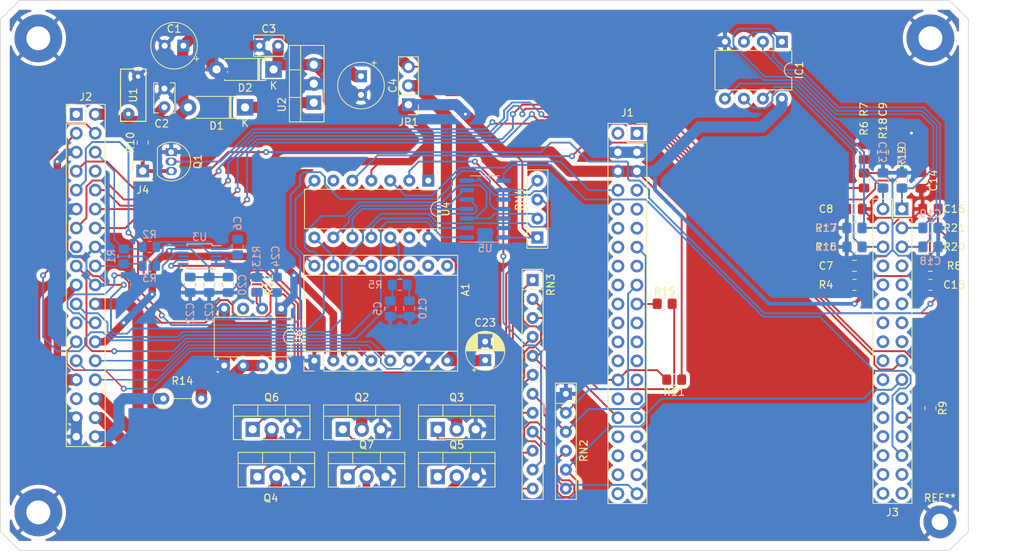
<source format=kicad_pcb>
(kicad_pcb (version 20211014) (generator pcbnew)
  (layers (0 "F.Cu" signal) (31 "B.Cu" signal) (34 "B.Paste" user) (35 "F.Paste" user) (36 "B.SilkS" user "B.Silkscreen") (37 "F.SilkS" user "F.Silkscreen") (38 "B.Mask" user) (39 "F.Mask" user) (44 "Edge.Cuts" user))
  (net 0 "")
  (net 1 "GND")
  (net 3 "+5V")
  (net 5 "SUB A -")
  (net 7 "SUB A +")
  (net 9 "SUB B +")
  (net 10 "Net-(A1-Pad13)")
  (net 11 "SUB B -")
  (net 12 "Net-(A1-Pad15)")
  (net 13 "Net-(A1-Pad8)")
  (net 14 "Net-(A1-Pad16)")
  (net 15 "TPS")
  (net 16 "CLT")
  (net 17 "IAT")
  (net 18 "ARDUINO-A3")
  (net 19 "ARDUINO-A4")
  (net 20 "ARDUINO-A5")
  (net 21 "SUB TPS")
  (net 22 "O2S +")
  (net 23 "ATTINY-A1")
  (net 24 "MAP")
  (net 25 "ARDUINO-A2")
  (net 26 "ARDUINO-A1")
  (net 27 "ARDUINO-A0")
  (net 28 "+12V")
  (net 29 "INJECTOR")
  (net 33 "ARDUINO-RST")
  (net 36 "ARDUINO-D4")
  (net 37 "ARDUINO-D8")
  (net 47 "ARDUINO-D19")
  (net 51 "ARDUINO-D23")
  (net 59 "+BATT")
  (net 60 "NEUTRAL SW")
  (net 61 "CHECK ENGINE")
  (net 62 "SPEED")
  (net 63 "TEMP WARN")
  (net 64 "KICKSTAND SW")
  (net 65 "AIR VALVE")
  (net 66 "FAN RELAY")
  (net 67 "KILL SW")
  (net 68 "Vehicle Down")
  (net 69 "CKP +")
  (net 70 "CKP -")
  (net 71 "FP RELAY")
  (net 72 "CLUTCH SW")
  (net 73 "O2S HEAT +")
  (net 74 "IGN")
  (net 75 "Net-(Q3-Pad1)")
  (net 76 "Net-(Q4-Pad1)")
  (net 77 "ATTINY-D10")
  (net 78 "ATTINY-A4")
  (net 79 "ATTINY-A3")
  (net 80 "ATTINY-A2")
  (net 81 "Net-(D1-Pad1)")
  (net 85 "ARDUINO-D30")
  (net 90 "ARDUINO-D32")
  (net 91 "ARDUINO-D34")
  (net 92 "SELF DIAG")
  (net 105 "ARDUINO-D38")
  (net 109 "ARDUINO-D42")
  (net 115 "Net-(Q7-Pad1)")
  (net 117 "Net-(J4-Pad1)")
  (net 118 "Net-(Q2-Pad1)")
  (net 123 "Net-(C6-Pad1)")
  (net 124 "Net-(C6-Pad2)")
  (net 125 "Net-(C9-Pad1)")
  (net 126 "Net-(R14-Pad2)")
  (net 128 "Net-(J1-Pad19)")
  (net 129 "Net-(Q1-Pad2)")
  (net 132 "Net-(R12-Pad2)")
  (net 133 "Net-(Q5-Pad1)")
  (net 134 "Net-(Q6-Pad1)")
  (footprint "Resistor_SMD:R_0805_2012Metric_Pad1.20x1.40mm_HandSolder" (layer "F.Cu") (at 138.43 46.99 -90)
    (fp_text reference "R19")
    (fp_text value "470")
  )
  (footprint "Resistor_SMD:R_0805_2012Metric_Pad1.20x1.40mm_HandSolder" (layer "F.Cu") (at 107.95 73.66 180)
    (fp_text reference "R11")
    (fp_text value "1k")
  )
  (footprint "Capacitor_THT:CP_Radial_D5.0mm_P2.50mm" (layer "F.Cu") (at 82.656678 71.055113 90)
    (fp_text reference "C23")
    (fp_text value "100uf")
  )
  (footprint "" (layer "F.Cu") (at 142.24 27.94)
    (fp_text reference "")
    (fp_text value "")
  )
  (footprint "Resistor_THT:R_Array_SIP4" (layer "F.Cu") (at 89.641678 54.625 90)
    (fp_text reference "RN4")
    (fp_text value "10k")
  )
  (footprint "Resistor_SMD:R_0805_2012Metric_Pad1.20x1.40mm_HandSolder" (layer "F.Cu") (at 142.24 77.47 -90)
    (fp_text reference "R9")
    (fp_text value "1k")
  )
  (footprint "Symbol:OSHW-Symbol_8.9x8mm_Copper" (layer "F.Cu") (at 118.11 82.55)
    (fp_text reference "REF**" hide)
    (fp_text value "OSHW-Symbol_8.9x8mm_Copper" hide)
  )
  (footprint "Diode_THT:D_DO-41_SOD81_P7.62mm_Horizontal" (layer "F.Cu") (at 50.523687 37.188687 180)
    (fp_text reference "D1")
    (fp_text value "1N5818")
  )
  (footprint "Resistor_SMD:R_0805_2012Metric_Pad1.20x1.40mm_HandSolder" (layer "F.Cu") (at 142.24 60.96)
    (fp_text reference "R8")
    (fp_text value "2.49k")
  )
  (footprint "Resistor_THT:R_Array_SIP6" (layer "F.Cu") (at 93.451678 75.565 -90)
    (fp_text reference "RN2")
    (fp_text value "100k")
  )
  (footprint "Resistor_SMD:R_0805_2012Metric_Pad1.20x1.40mm_HandSolder" (layer "F.Cu") (at 133.35 46.99 -90)
    (fp_text reference "R6")
    (fp_text value "3.9k")
  )
  (footprint "Diode_THT:D_DO-41_SOD81_P7.62mm_Horizontal" (layer "F.Cu") (at 54.333687 32.108687 180)
    (fp_text reference "D2")
    (fp_text value "1N5919BG")
  )
  (footprint "Capacitor_SMD:C_0805_2012Metric_Pad1.18x1.45mm_HandSolder" (layer "F.Cu") (at 132.08 58.42)
    (fp_text reference "C7")
    (fp_text value "0.1uf")
  )
  (footprint "" (layer "F.Cu") (at 22.86 91.44)
    (fp_text reference "")
    (fp_text value "")
  )
  (footprint "Resistor_SMD:R_0805_2012Metric_Pad1.20x1.40mm_HandSolder" (layer "F.Cu") (at 142.24 53.34 180)
    (fp_text reference "R21")
    (fp_text value "470")
  )
  (footprint "Resistor_SMD:R_0805_2012Metric_Pad1.20x1.40mm_HandSolder" (layer "F.Cu") (at 132.08 55.88)
    (fp_text reference "R16")
    (fp_text value "470")
  )
  (footprint "Package_DIP:DIP-8_W7.62mm" (layer "F.Cu") (at 55.351678 64.145 -90)
    (fp_text reference "U6")
    (fp_text value "TC4422AVPA")
  )
  (footprint "Capacitor_SMD:C_0805_2012Metric_Pad1.18x1.45mm_HandSolder" (layer "F.Cu") (at 142.24 58.42 180)
    (fp_text reference "C15")
    (fp_text value "0.1uf")
  )
  (footprint "Resistor_SMD:R_0805_2012Metric_Pad1.20x1.40mm_HandSolder" (layer "F.Cu") (at 52.07 60.96 -90)
    (fp_text reference "R12")
    (fp_text value "1k")
  )
  (footprint "Package_TO_SOT_THT:TO-220-3_Vertical" (layer "F.Cu") (at 59.723687 36.553687 90)
    (fp_text reference "U2")
    (fp_text value "LM340T-5.0")
  )
  (footprint "Resistor_SMD:R_0805_2012Metric_Pad1.20x1.40mm_HandSolder" (layer "F.Cu") (at 132.08 60.96 180)
    (fp_text reference "R4")
    (fp_text value "2.49k")
  )
  (footprint "Package_TO_SOT_THT:TO-220-3_Vertical" (layer "F.Cu") (at 64.241678 86.67)
    (fp_text reference "Q7")
    (fp_text value "STP62NS04Z")
  )
  (footprint "Package_DIP:DIP-14_W7.62mm" (layer "F.Cu") (at 75.041678 47 -90)
    (fp_text reference "U4")
    (fp_text value "ATtiny84-20P")
  )
  (footprint "Connector_PinSocket_2.54mm:PinSocket_2x16_P2.54mm_Vertical" (layer "F.Cu") (at 138.43 50.8)
    (fp_text reference "J3")
    (fp_text value "Conn_02x16_Odd_Even")
  )
  (footprint "Resistor_SMD:R_0805_2012Metric_Pad1.20x1.40mm_HandSolder" (layer "F.Cu") (at 142.24 55.88 180)
    (fp_text reference "R20")
    (fp_text value "470")
  )
  (footprint "Resistor_SMD:R_0805_2012Metric_Pad1.20x1.40mm_HandSolder" (layer "F.Cu") (at 135.89 46.99 -90)
    (fp_text reference "R18")
    (fp_text value "470")
  )
  (footprint "Capacitor_SMD:C_0805_2012Metric_Pad1.18x1.45mm_HandSolder" (layer "F.Cu") (at 135.89 43.18 90)
    (fp_text reference "C9")
    (fp_text value "0.1uf")
  )
  (footprint "Resistor_THT:R_Array_SIP12" (layer "F.Cu") (at 89.006678 60.32 -90)
    (fp_text reference "RN3")
    (fp_text value "1k")
  )
  (footprint "Connector_PinHeader_2.54mm:PinHeader_1x01_P2.54mm_Vertical" (layer "F.Cu") (at 36.83 45.72)
    (fp_text reference "J4")
    (fp_text value "Conn_01x01_Male")
  )
  (footprint "Module:Pololu_Breakout-16_15.2x20.3mm" (layer "F.Cu") (at 59.796678 71.11 90)
    (fp_text reference "A1")
    (fp_text value "Pololu_Breakout_A4988")
  )
  (footprint "Capacitor_THT:C_Disc_D3.8mm_W2.6mm_P2.50mm" (layer "F.Cu") (at 39.728687 37.168687 90)
    (fp_text reference "C2")
    (fp_text value "u1")
  )
  (footprint "Package_TO_SOT_THT:TO-220-3_Vertical" (layer "F.Cu") (at 51.541678 80.32)
    (fp_text reference "Q6")
    (fp_text value "STP62NS04Z")
  )
  (footprint "Package_TO_SOT_THT:TO-220-3_Vertical" (layer "F.Cu") (at 63.606678 80.32)
    (fp_text reference "Q2")
    (fp_text value "STP62NS04Z")
  )
  (footprint "Package_TO_SOT_THT:TO-220-3_Vertical" (layer "F.Cu") (at 76.306678 86.67)
    (fp_text reference "Q5")
    (fp_text value "STP62NS04Z")
  )
  (footprint "Capacitor_SMD:C_0805_2012Metric_Pad1.18x1.45mm_HandSolder" (layer "F.Cu") (at 132.08 50.8)
    (fp_text reference "C8")
    (fp_text value "0.1uf")
  )
  (footprint "Capacitor_SMD:C_0805_2012Metric_Pad1.18x1.45mm_HandSolder" (layer "F.Cu") (at 140.97 46.99 -90)
    (fp_text reference "C14")
    (fp_text value "0.1uf")
  )
  (footprint "Package_DIP:DIP-8_W7.62mm" (layer "F.Cu") (at 122.35952 28.39952 -90)
    (fp_text reference "IC1")
    (fp_text value "SP721")
  )
  (footprint "Resistor_SMD:R_0805_2012Metric_Pad1.20x1.40mm_HandSolder" (layer "F.Cu") (at 132.08 53.34)
    (fp_text reference "R17")
    (fp_text value "470")
  )
  (footprint "Resistor_SMD:R_0805_2012Metric_Pad1.20x1.40mm_HandSolder" (layer "F.Cu") (at 133.35 43.18 -90)
    (fp_text reference "R7")
    (fp_text value "1k")
  )
  (footprint "Resistor_THT:R_Axial_DIN0207_L6.3mm_D2.5mm_P5.08mm_Vertical" (layer "F.Cu") (at 39.595 76.2)
    (fp_text reference "R14")
    (fp_text value "47 2w")
  )
  (footprint "Capacitor_THT:CP_Radial_Tantal_D6.0mm_P2.50mm" (layer "F.Cu") (at 66.04 33.02 -90)
    (fp_text reference "C4")
    (fp_text value "47uf")
  )
  (footprint "Package_TO_SOT_THT:TO-220-3_Vertical" (layer "F.Cu") (at 76.306678 80.32)
    (fp_text reference "Q3")
    (fp_text value "STP62NS04Z")
  )
  (footprint "Package_TO_SOT_THT:TO-92_Inline" (layer "F.Cu") (at 40.64 43.18 -90)
    (fp_text reference "Q1")
    (fp_text value "2N3904")
  )
  (footprint "MountingHole:MountingHole_2.2mm_M2_Pad" (layer "F.Cu") (at 143.51 92.71)
    (fp_text reference "REF**")
    (fp_text value "MountingHole_2.2mm_M2_Pad")
  )
  (footprint "Package_TO_SOT_THT:TO-220-3_Vertical" (layer "F.Cu") (at 52.176678 86.67)
    (fp_text reference "Q4")
    (fp_text value "STP62NS04Z")
  )
  (footprint "Capacitor_THT:CP_Radial_Tantal_D6.0mm_P2.50mm" (layer "F.Cu") (at 42.268687 28.933687 180)
    (fp_text reference "C1")
    (fp_text value "10uf")
  )
  (footprint "Resistor_SMD:R_0805_2012Metric_Pad1.20x1.40mm_HandSolder" (layer "F.Cu") (at 106.68 63.5)
    (fp_text reference "R15")
    (fp_text value "1k")
  )
  (footprint "Connector_PinHeader_2.54mm:PinHeader_1x03_P2.54mm_Vertical" (layer "F.Cu") (at 72.39 36.83 180)
    (fp_text reference "JP1")
    (fp_text value "Jumper_3_Open")
  )
  (footprint "Capacitor_SMD:C_0805_2012Metric_Pad1.18x1.45mm_HandSolder" (layer "F.Cu") (at 142.24 50.8 180)
    (fp_text reference "C16")
    (fp_text value "0.1uf")
  )
  (footprint "Connector_PinSocket_2.54mm:PinSocket_2x20_P2.54mm_Vertical" (layer "F.Cu") (at 102.96 40.67)
    (fp_text reference "J1")
    (fp_text value "Conn_02x20_Odd_Even")
  )
  (footprint "Capacitor_THT:C_Disc_D3.8mm_W2.6mm_P2.50mm" (layer "F.Cu") (at 54.948687 28.933687 180)
    (fp_text reference "C3")
    (fp_text value "u1")
  )
  (footprint "Varistor:RV_Disc_D7mm_W3.4mm_P5mm" (layer "F.Cu") (at 34.91 38.06 90)
    (fp_text reference "U1")
    (fp_text value "ERZ-V14D220")
  )
  (footprint "Resistor_SMD:R_0805_2012Metric" (layer "F.Cu") (at 36.83 41.91 90)
    (fp_text reference "R10")
    (fp_text value "10k")
  )
  (footprint "Connector_PinHeader_2.54mm:PinHeader_2x18_P2.54mm_Vertical" (layer "F.Cu") (at 27.935 38.115)
    (fp_text reference "J2")
    (fp_text value "Conn_02x18_Odd_Even")
  )
  (footprint "" (layer "F.Cu") (at 22.86 27.94)
    (fp_text reference "")
    (fp_text value "")
  )
  (footprint "Resistor_SMD:R_0805_2012Metric_Pad1.20x1.40mm_HandSolder" (layer "B.Cu") (at 71.226678 60.96)
    (fp_text reference "R5")
    (fp_text value "470")
  )
  (footprint "Capacitor_SMD:C_0805_2012Metric_Pad1.18x1.45mm_HandSolder" (layer "B.Cu") (at 142.24 53.34)
    (fp_text reference "C19")
    (fp_text value "0.22uF")
  )
  (footprint "Resistor_SMD:R_0805_2012Metric" (layer "B.Cu") (at 37.7425 58.42)
    (fp_text reference "R3")
    (fp_text value "10k")
  )
  (footprint "Capacitor_SMD:C_0805_2012Metric_Pad1.18x1.45mm_HandSolder" (layer "B.Cu") (at 43.18 60.96 -90)
    (fp_text reference "C22")
    (fp_text value "1uf")
  )
  (footprint "Package_SO:MSOP-10_3x3mm_P0.5mm" (layer "B.Cu") (at 44.45 57.15 180)
    (fp_text reference "U3")
    (fp_text value "MAX9924UAUB+")
  )
  (footprint "Capacitor_SMD:C_0805_2012Metric_Pad1.18x1.45mm_HandSolder" (layer "B.Cu") (at 69.956678 64.135 -90)
    (fp_text reference "C5")
    (fp_text value "0.1uf")
  )
  (footprint "Resistor_SMD:R_0805_2012Metric" (layer "B.Cu") (at 37.7425 55.88 180)
    (fp_text reference "R2")
    (fp_text value "10k")
  )
  (footprint "Resistor_SMD:R_0805_2012Metric_Pad1.20x1.40mm_HandSolder" (layer "B.Cu") (at 52.176678 60.96 90)
    (fp_text reference "R13")
    (fp_text value "100k")
  )
  (footprint "Capacitor_SMD:C_0805_2012Metric_Pad1.18x1.45mm_HandSolder" (layer "B.Cu") (at 138.43 46.99 90)
    (fp_text reference "C17")
    (fp_text value "0.33uF")
  )
  (footprint "Capacitor_SMD:C_0805_2012Metric_Pad1.18x1.45mm_HandSolder" (layer "B.Cu") (at 132.08 55.88 180)
    (fp_text reference "C11")
    (fp_text value "0.22uF")
  )
  (footprint "Capacitor_SMD:C_0805_2012Metric_Pad1.18x1.45mm_HandSolder" (layer "B.Cu") (at 48.26 60.96 -90)
    (fp_text reference "C20")
    (fp_text value "10nf")
  )
  (footprint "Capacitor_SMD:C_0805_2012Metric_Pad1.18x1.45mm_HandSolder" (layer "B.Cu") (at 72.496678 64.135 -90)
    (fp_text reference "C10")
    (fp_text value "0.22uF")
  )
  (footprint "Capacitor_SMD:C_0805_2012Metric_Pad1.18x1.45mm_HandSolder" (layer "B.Cu") (at 54.716678 60.96 90)
    (fp_text reference "C24")
    (fp_text value "1uf")
  )
  (footprint "Capacitor_SMD:C_0805_2012Metric_Pad1.18x1.45mm_HandSolder" (layer "B.Cu") (at 49.53 55.88 -90)
    (fp_text reference "C6")
    (fp_text value "1nf")
  )
  (footprint "Capacitor_SMD:C_0805_2012Metric_Pad1.18x1.45mm_HandSolder" (layer "B.Cu") (at 45.72 60.96 -90)
    (fp_text reference "C21")
    (fp_text value "0.1uf")
  )
  (footprint "Resistor_SMD:R_0805_2012Metric_Pad1.20x1.40mm_HandSolder" (layer "B.Cu") (at 34.29 57.15 -90)
    (fp_text reference "R1")
    (fp_text value "4.7k")
  )
  (footprint "Package_SO:SOIC-14_3.9x8.7mm_P1.27mm" (layer "B.Cu") (at 82.656678 50.8)
    (fp_text reference "U5")
    (fp_text value "74LS14DR")
  )
  (footprint "Capacitor_SMD:C_0805_2012Metric_Pad1.18x1.45mm_HandSolder" (layer "B.Cu") (at 135.89 46.99 90)
    (fp_text reference "C13")
    (fp_text value "0.22uF")
  )
  (footprint "Capacitor_SMD:C_0805_2012Metric_Pad1.18x1.45mm_HandSolder" (layer "B.Cu") (at 142.24 55.88)
    (fp_text reference "C18")
    (fp_text value "0.22uF")
  )
  (footprint "Capacitor_SMD:C_0805_2012Metric_Pad1.18x1.45mm_HandSolder" (layer "B.Cu") (at 132.08 53.34 180)
    (fp_text reference "C12")
    (fp_text value "0.22uF")
  )
  (gr_line (start 147.32 93.98) (end 144.78 96.52) (layer "Edge.Cuts") (width 0.1))
  (gr_line (start 17.78 91.44) (end 17.78 27.94) (layer "Edge.Cuts") (width 0.1))
  (gr_line (start 17.78 91.44) (end 17.78 93.98) (layer "Edge.Cuts") (width 0.1))
  (gr_line (start 20.32 22.86) (end 17.78 25.4) (layer "Edge.Cuts") (width 0.1))
  (gr_line (start 142.24 22.86) (end 144.78 22.86) (layer "Edge.Cuts") (width 0.1))
  (gr_line (start 147.32 27.94) (end 147.32 91.44) (layer "Edge.Cuts") (width 0.1))
  (gr_line (start 22.86 22.86) (end 20.32 22.86) (layer "Edge.Cuts") (width 0.1))
  (gr_line (start 22.86 22.86) (end 142.24 22.86) (layer "Edge.Cuts") (width 0.1))
  (gr_line (start 22.86 96.52) (end 142.24 96.52) (layer "Edge.Cuts") (width 0.1))
  (gr_line (start 17.78 93.98) (end 20.32 96.52) (layer "Edge.Cuts") (width 0.1))
  (gr_line (start 144.78 22.86) (end 147.32 25.4) (layer "Edge.Cuts") (width 0.1))
  (gr_line (start 147.32 91.44) (end 147.32 93.98) (layer "Edge.Cuts") (width 0.1))
  (gr_line (start 20.32 96.52) (end 22.86 96.52) (layer "Edge.Cuts") (width 0.1))
  (gr_line (start 147.32 25.4) (end 147.32 27.94) (layer "Edge.Cuts") (width 0.1))
  (gr_line (start 17.78 25.4) (end 17.78 27.94) (layer "Edge.Cuts") (width 0.1))
  (gr_line (start 144.78 96.52) (end 142.24 96.52) (layer "Edge.Cuts") (width 0.1))
  (gr_text "klxecu v1" (at 118.11 88.9) (layer "F.Cu") (effects (font (size 2 2) (thickness 0.3))))
  (segment (start 46.078687 31.473687) (end 46.713687 32.108687) (width 1.5) (layer "F.Cu") (net 1))
  (segment (start 134.3875 57.15) (end 133.1175 58.42) (width 0.25) (layer "F.Cu") (net 1))
  (segment (start 142.24 43.18) (end 142.24 46.99) (width 0.25) (layer "F.Cu") (net 1))
  (segment (start 134.292011 51.974511) (end 140.027989 51.974511) (width 0.25) (layer "F.Cu") (net 1))
  (segment (start 141.605 42.545) (end 139.7 40.64) (width 0.25) (layer "F.Cu") (net 1))
  (segment (start 141.2025 48.0275) (end 140.97 48.0275) (width 0.25) (layer "F.Cu") (net 1))
  (segment (start 137.16 52.94899) (end 137.16 56.27101) (width 0.25) (layer "F.Cu") (net 1))
  (segment (start 142.16452 51.76202) (end 142.16452 57.45798) (width 0.25) (layer "F.Cu") (net 1))
  (segment (start 46.078687 30.203687) (end 46.078687 31.473687) (width 1.5) (layer "F.Cu") (net 1))
  (segment (start 141.2025 42.1425) (end 141.605 42.545) (width 0.25) (layer "F.Cu") (net 1))
  (segment (start 133.1175 50.8) (end 134.292011 51.974511) (width 0.25) (layer "F.Cu") (net 1))
  (segment (start 141.2025 50.8) (end 141.2025 48.26) (width 0.25) (layer "F.Cu") (net 1))
  (segment (start 142.16452 57.45798) (end 141.2025 58.42) (width 0.25) (layer "F.Cu") (net 1))
  (segment (start 142.24 46.99) (end 141.2025 48.0275) (width 0.25) (layer "F.Cu") (net 1))
  (segment (start 138.134479 51.974511) (end 140.027989 51.974511) (width 0.25) (layer "F.Cu") (net 1))
  (segment (start 136.28101 57.15) (end 134.3875 57.15) (width 0.25) (layer "F.Cu") (net 1))
  (segment (start 47.731678 64.145) (end 47.731678 71.765) (width 1.5) (layer "F.Cu") (net 1))
  (segment (start 137.16 56.27101) (end 136.28101 57.15) (width 0.25) (layer "F.Cu") (net 1))
  (segment (start 141.2025 50.8) (end 142.16452 51.76202) (width 0.25) (layer "F.Cu") (net 1))
  (segment (start 47.348687 28.933687) (end 46.078687 30.203687) (width 1.5) (layer "F.Cu") (net 1))
  (segment (start 52.448687 28.933687) (end 47.348687 28.933687) (width 1.5) (layer "F.Cu") (net 1))
  (segment (start 140.027989 51.974511) (end 141.2025 50.8) (width 0.25) (layer "F.Cu") (net 1))
  (segment (start 133.35 42.18) (end 135.8525 42.18) (width 0.25) (layer "F.Cu") (net 1))
  (segment (start 141.605 42.545) (end 142.24 43.18) (width 0.25) (layer "F.Cu") (net 1))
  (segment (start 138.134479 51.974511) (end 137.16 52.94899) (width 0.25) (layer "F.Cu") (net 1))
  (segment (start 135.8525 42.18) (end 135.89 42.1425) (width 0.25) (layer "F.Cu") (net 1))
  (segment (start 141.2025 48.26) (end 140.97 48.0275) (width 0.25) (layer "F.Cu") (net 1))
  (segment (start 138.134479 51.974511) (end 138.334511 51.974511) (width 0.25) (layer "F.Cu") (net 1))
  (segment (start 135.89 42.1425) (end 141.2025 42.1425) (width 0.25) (layer "F.Cu") (net 1))
  (via (at 139.7 40.64) (size 0.8) (drill 0.4) (layers "F.Cu" "B.Cu") (net 1))
  (segment (start 75.041678 54.62) (end 77.082167 56.660489) (width 1.5) (layer "B.Cu") (net 1))
  (segment (start 27.935 78.755) (end 26.732919 78.755) (width 1.5) (layer "B.Cu") (net 1))
  (segment (start 47.731678 73.131678) (end 48.26 73.66) (width 1.5) (layer "B.Cu") (net 1))
  (segment (start 82.656678 56.515) (end 82.656678 63.606678) (width 0.25) (layer "B.Cu") (net 1))
  (segment (start 102.96 43.21) (end 104.162081 43.21) (width 1.5) (layer "B.Cu") (net 1))
  (segment (start 40.62798 60.94798) (end 39.37 59.69) (width 0.25) (layer "B.Cu") (net 1))
  (segment (start 78.71904 89.535) (end 77.576678 89.535) (width 1.5) (layer "B.Cu") (net 1))
  (segment (start 35.56 35.56) (end 36.21 34.91) (width 1.5) (layer "B.Cu") (net 1))
  (segment (start 91.546678 48.895) (end 91.072167 48.420489) (width 0.25) (layer "B.Cu") (net 1))
  (segment (start 138.43 38.732848) (end 129.540001 38.732848) (width 0.25) (layer "B.Cu") (net 1))
  (segment (start 25.4 52.147919) (end 25.4 55.109399) (width 0.375) (layer "B.Cu") (net 1))
  (segment (start 74.93 68.58) (end 79.960226 68.58) (width 0.25) (layer "B.Cu") (net 1))
  (segment (start 143.2775 55.88) (end 142.102989 57.054511) (width 0.25) (layer "B.Cu") (net 1))
  (segment (start 91.44 77.576678) (end 91.44 90.17) (width 1.5) (layer "B.Cu") (net 1))
  (segment (start 48.26 73.66) (end 60.96 73.66) (width 1.5) (layer "B.Cu") (net 1))
  (segment (start 72.496678 65.1725) (end 72.496678 66.146678) (width 0.25) (layer "B.Cu") (net 1))
  (segment (start 77.082167 56.660489) (end 79.520489 56.660489) (width 1.5) (layer "B.Cu") (net 1))
  (segment (start 137.943501 57.054511) (end 137.16 56.27101) (width 0.25) (layer "B.Cu") (net 1))
  (segment (start 108.39952 30.92952) (end 110.93952 28.38952) (width 1.5) (layer "B.Cu") (net 1))
  (segment (start 79.985113 68.555113) (end 77.591565 68.555113) (width 1.5) (layer "B.Cu") (net 1))
  (segment (start 26.732919 50.815) (end 25.4 52.147919) (width 1.5) (layer "B.Cu") (net 1))
  (segment (start 116.01952 29.65952) (end 115.99952 29.65952) (width 0.25) (layer "B.Cu") (net 1))
  (segment (start 90.17 91.44) (end 81.28 91.44) (width 1.5) (layer "B.Cu") (net 1))
  (segment (start 79.520489 56.660489) (end 82.656678 59.796678) (width 1.5) (layer "B.Cu") (net 1))
  (segment (start 29.22 57.15) (end 30.475 55.895) (width 0.375) (layer "B.Cu") (net 1))
  (segment (start 65.040978 35.52) (end 66.04 35.52) (width 1.5) (layer "B.Cu") (net 1))
  (segment (start 46.65 58.15) (end 48.112493 58.15) (width 0.25) (layer "B.Cu") (net 1))
  (segment (start 39.49202 58.408958) (end 41.250978 56.65) (width 0.25) (layer "B.Cu") (net 1))
  (segment (start 30.475 55.895) (end 29.300489 57.069511) (width 0.25) (layer "B.Cu") (net 1))
  (segment (start 49.53 59.567507) (end 51.784185 59.567507) (width 0.25) (layer "B.Cu") (net 1))
  (segment (start 46.461678 89.535) (end 42.016678 85.09) (width 1.5) (layer "B.Cu") (net 1))
  (segment (start 47.731678 71.765) (end 45.075 71.765) (width 1.5) (layer "B.Cu") (net 1))
  (segment (start 61.318687 34.013687) (end 62.588687 32.743687) (width 1.5) (layer "B.Cu") (net 1))
  (segment (start 59.723687 34.013687) (end 59.579176 34.158198) (width 1.5) (layer "B.Cu") (net 1))
  (segment (start 81.28 91.44) (end 79.375 89.535) (width 1.5) (layer "B.Cu") (net 1))
  (segment (start 48.26 61.9975) (end 45.72 61.9975) (width 0.25) (layer "B.Cu") (net 1))
  (segment (start 91.546678 55.245) (end 91.546678 48.895) (width 0.25) (layer "B.Cu") (net 1))
  (segment (start 83.92596 48.895) (end 82.656319 47.625359) (width 0.25) (layer "B.Cu") (net 1))
  (segment (start 25.4 55.109399) (end 27.440601 57.15) (width 0.375) (layer "B.Cu") (net 1))
  (segment (start 69.321678 88.265) (end 68.051678 89.535) (width 1.5) (layer "B.Cu") (net 1))
  (segment (start 39.37 59.69) (end 40.64 59.69) (width 0.25) (layer "B.Cu") (net 1))
  (segment (start 42.016678 74.823322) (end 42.016678 85.09) (width 1.5) (layer "B.Cu") (net 1))
  (segment (start 21.59 55.88) (end 23.495 53.975) (width 1.5) (layer "B.Cu") (net 1))
  (segment (start 66.04 29.21) (end 74.93 29.21) (width 1.5) (layer "B.Cu") (net 1))
  (segment (start 42.18 58.15) (end 42.25 58.15) (width 0.25) (layer "B.Cu") (net 1))
  (segment (start 79.375 89.535) (end 78.71904 89.535) (width 1.5) (layer "B.Cu") (net 1))
  (segment (start 110.93952 28.38952) (end 110.94952 28.39952) (width 1.5) (layer "B.Cu") (net 1))
  (segment (start 81.175378 35.455378) (end 89.433876 35.455378) (width 1.5) (layer "B.Cu") (net 1))
  (segment (start 81.386678 80.32) (end 81.386678 86.67) (width 1.5) (layer "B.Cu") (net 1))
  (segment (start 63.534665 34.013687) (end 65.040978 35.52) (width 1.5) (layer "B.Cu") (net 1))
  (segment (start 135.89 45.9525) (end 137.16 47.2225) (width 0.25) (layer "B.Cu") (net 1))
  (segment (start 74.93 29.21) (end 81.175378 35.455378) (width 1.5) (layer "B.Cu") (net 1))
  (segment (start 68.051678 89.535) (end 55.986678 89.535) (width 1.5) (layer "B.Cu") (net 1))
  (segment (start 51.784185 59.567507) (end 52.176678 59.96) (width 0.25) (layer "B.Cu") (net 1))
  (segment (start 29.845 85.09) (end 42.016678 85.09) (width 1.5) (layer "B.Cu") (net 1))
  (segment (start 138.43 45.9525) (end 138.43 38.732848) (width 0.25) (layer "B.Cu") (net 1))
  (segment (start 83.926678 50.8) (end 83.291678 50.165) (width 0.25) (layer "B.Cu") (net 1))
  (segment (start 59.579176 34.158198) (end 48.763198 34.158198) (width 1.5) (layer "B.Cu") (net 1))
  (segment (start 82.656678 68.555113) (end 79.985113 68.555113) (width 1.5) (layer "B.Cu") (net 1))
  (segment (start 132.217011 57.054511) (end 136.376499 57.054511) (width 0.25) (layer "B.Cu") (net 1))
  (segment (start 137.16 56.27101) (end 136.376499 57.054511) (width 0.25) (layer "B.Cu") (net 1))
  (segment (start 57.256678 86.67) (end 57.256678 88.265) (width 1.5) (layer "B.Cu") (net 1))
  (segment (start 39.768687 30.243687) (end 42.8625 33.3375) (width 1.5) (layer "B.Cu") (net 1))
  (segment (start 54.679178 59.96) (end 54.716678 59.9225) (width 0.25) (layer "B.Cu") (net 1))
  (segment (start 27.935 83.18) (end 27.935 81.295) (width 1.5) (layer "B.Cu") (net 1))
  (segment (start 137.16 56.27101) (end 137.16 47.2225) (width 0.25) (layer "B.Cu") (net 1))
  (segment (start 60.96 73.66) (end 59.796678 72.496678) (width 1.5) (layer "B.Cu") (net 1))
  (segment (start 68.686678 80.32) (end 68.686678 86.035) (width 1.5) (layer "B.Cu") (net 1))
  (segment (start 75.036678 71.11) (end 72.486678 73.66) (width 1.5) (layer "B.Cu") (net 1))
  (segment (start 41.5925 33.3375) (end 42.8625 33.3375) (width 1.5) (layer "B.Cu") (net 1))
  (segment (start 93.451678 75.565) (end 91.44 77.576678) (width 1.5) (layer "B.Cu") (net 1))
  (segment (start 56.621678 86.035) (end 57.256678 86.67) (width 1.5) (layer "B.Cu") (net 1))
  (segment (start 36.21 34.91) (end 36.21 33.06) (width 1.5) (layer "B.Cu") (net 1))
  (segment (start 129.540001 38.732848) (end 124.3536 33.546449) (width 0.25) (layer "B.Cu") (net 1))
  (segment (start 43.683198 34.158198) (end 42.8625 33.3375) (width 1.5) (layer "B.Cu") (net 1))
  (segment (start 21.59 73.612081) (end 21.59 55.88) (width 1.5) (layer "B.Cu") (net 1))
  (segment (start 27.935 50.815) (end 26.732919 50.815) (width 1.5) (layer "B.Cu") (net 1))
  (segment (start 41.059874 33.3375) (end 41.5925 33.3375) (width 1.5) (layer "B.Cu") (net 1))
  (segment (start 89.433876 35.455378) (end 97.188498 43.21) (width 1.5) (layer "B.Cu") (net 1))
  (segment (start 91.072167 48.420489) (end 89.175889 48.420489) (width 0.25) (layer "B.Cu") (net 1))
  (segment (start 97.188498 43.21) (end 102.96 43.21) (width 1.5) (layer "B.Cu") (net 1))
  (segment (start 44.581802 34.158198) (end 43.683198 34.158198) (width 1.5) (layer "B.Cu") (net 1))
  (segment (start 47.731678 71.765) (end 47.731678 73.131678) (width 1.5) (layer "B.Cu") (net 1))
  (segment (start 23.495 53.975) (end 23.495 38.735) (width 1.5) (layer "B.Cu") (net 1))
  (segment (start 48.4925 61.9975) (end 48.26 61.9975) (width 0.25) (layer "B.Cu") (net 1))
  (segment (start 26.67 35.56) (end 35.56 35.56) (width 1.5) (layer "B.Cu") (net 1))
  (segment (start 131.0425 53.34) (end 131.0425 55.88) (width 0.25) (layer "B.Cu") (net 1))
  (segment (start 85.131678 50.8) (end 83.926678 50.8) (width 0.25) (layer "B.Cu") (net 1))
  (segment (start 57.256678 88.265) (end 55.986678 89.535) (width 1.5) (layer "B.Cu") (net 1))
  (segment (start 27.440601 57.15) (end 29.22 57.15) (width 0.375) (layer "B.Cu") (net 1))
  (segment (start 37.81798 59.40798) (end 38.1 59.69) (width 0.25) (layer "B.Cu") (net 1))
  (segment (start 83.291678 48.260718) (end 82.656319 47.625359) (width 0.25) (layer "B.Cu") (net 1))
  (segment (start 45.72 39.37) (end 45.72 35.296396) (width 0.5) (layer "B.Cu") (net 1))
  (segment (start 37.81798 57.882987) (end 37.81798 59.40798) (width 0.25) (layer "B.Cu") (net 1))
  (segment (start 110.94952 28.39952) (end 114.73952 28.39952) (width 1.5) (layer "B.Cu") (net 1))
  (segment (start 21.59 55.88) (end 25.322081 52.147919) (width 1.5) (layer "B.Cu") (net 1))
  (segment (start 41.91 43.18) (end 45.72 39.37) (width 0.5) (layer "B.Cu") (net 1))
  (segment (start 90.911678 55.88) (end 91.546678 55.245) (width 0.25) (layer "B.Cu") (net 1))
  (segment (start 23.495 38.735) (end 26.67 35.56) (width 1.5) (layer "B.Cu") (net 1))
  (segment (start 45.075 71.765) (end 42.016678 74.823322) (width 1.5) (layer "B.Cu") (net 1))
  (segment (start 48.763198 34.158198) (end 44.581802 34.158198) (width 1.5) (layer "B.Cu") (net 1))
  (segment (start 40.64 43.18) (end 41.91 43.18) (width 0.5) (layer "B.Cu") (net 1))
  (segment (start 30.475 55.895) (end 31.73 57.15) (width 0.25) (layer "B.Cu") (net 1))
  (segment (start 42.13048 60.94798) (end 40.62798 60.94798) (width 0.25) (layer "B.Cu") (net 1))
  (segment (start 137.16 47.2225) (end 138.43 45.9525) (width 0.25) (layer "B.Cu") (net 1))
  (segment (start 108.39952 38.972561) (end 108.39952 30.92952) (width 1.5) (layer "B.Cu") (net 1))
  (segment (start 115.99952 29.65952) (end 114.73952 28.39952) (width 0.25) (layer "B.Cu") (net 1))
  (segment (start 59.796678 72.496678) (end 59.796678 71.11) (width 1.5) (layer "B.Cu") (net 1))
  (segment (start 29.300489 57.069511) (end 29.300489 59.800489) (width 0.25) (layer "B.Cu") (net 1))
  (segment (start 55.986678 89.535) (end 46.461678 89.535) (width 1.5) (layer "B.Cu") (net 1))
  (segment (start 69.956678 65.1725) (end 72.496678 65.1725) (width 0.25) (layer "B.Cu") (net 1))
  (segment (start 27.935 78.755) (end 27.935 81.295) (width 1.5) (layer "B.Cu") (net 1))
  (segment (start 83.291678 55.88) (end 90.911678 55.88) (width 0.25) (layer "B.Cu") (net 1))
  (segment (start 59.723687 34.013687) (end 63.534665 34.013687) (width 1.5) (layer "B.Cu") (net 1))
  (segment (start 35.56 35.56) (end 37.7825 33.3375) (width 1.5) (layer "B.Cu") (net 1))
  (segment (start 143.2775 53.34) (end 143.2775 55.88) (width 0.25) (layer "B.Cu") (net 1))
  (segment (start 39.37 59.69) (end 39.49202 59.56798) (width 0.25) (layer "B.Cu") (net 1))
  (segment (start 39.728687 34.668687) (end 41.059874 33.3375) (width 1.5) (layer "B.Cu") (net 1))
  (segment (start 100.42 43.21) (end 102.96 43.21) (width 1.5) (layer "B.Cu") (net 1))
  (segment (start 31.73 57.15) (end 37.084993 57.15) (width 0.25) (layer "B.Cu") (net 1))
  (segment (start 52.176678 59.96) (end 54.679178 59.96) (width 0.25) (layer "B.Cu") (net 1))
  (segment (start 69.321678 86.67) (end 69.321678 88.265) (width 1.5) (layer "B.Cu") (net 1))
  (segment (start 39.49202 59.56798) (end 39.49202 58.632027) (width 0.25) (layer "B.Cu") (net 1))
  (segment (start 81.386678 86.867362) (end 78.71904 89.535) (width 1.5) (layer "B.Cu") (net 1))
  (segment (start 82.656678 59.796678) (end 82.656678 63.606678) (width 1.5) (layer "B.Cu") (net 1))
  (segment (start 82.656319 47.625359) (end 82.02096 46.99) (width 0.25) (layer "B.Cu") (net 1))
  (segment (start 72.486678 73.66) (end 60.96 73.66) (width 1.5) (layer "B.Cu") (net 1))
  (segment (start 29.845 85.09) (end 27.935 83.18) (width 1.5) (layer "B.Cu") (net 1))
  (segment (start 49.53 60.96) (end 48.4925 61.9975) (width 0.25) (layer "B.Cu") (net 1))
  (segment (start 29.300489 59.800489) (end 30.475 60.975) (width 0.25) (layer "B.Cu") (net 1))
  (segment (start 45.72 35.296396) (end 44.581802 34.158198) (width 0.5) (layer "B.Cu") (net 1))
  (segment (start 91.44 90.17) (end 90.17 91.44) (width 1.5) (layer "B.Cu") (net 1))
  (segment (start 82.656678 63.606678) (end 82.656678 68.555113) (width 1.5) (layer "B.Cu") (net 1))
  (segment (start 79.960226 68.58) (end 79.985113 68.555113) (width 0.25) (layer "B.Cu") (net 1))
  (segment (start 43.18 61.9975) (end 42.13048 60.94798) (width 0.25) (layer "B.Cu") (net 1))
  (segment (start 62.588687 32.661313) (end 66.04 29.21) (width 1.5) (layer "B.Cu") (net 1))
  (segment (start 139.7 40.64) (end 138.43 39.37) (width 0.25) (layer "B.Cu") (net 1))
  (segment (start 82.02096 46.99) (end 80.181678 46.99) (width 0.25) (layer "B.Cu") (net 1))
  (segment (start 39.49202 58.632027) (end 39.49202 58.408958) (width 0.25) (layer "B.Cu") (net 1))
  (segment (start 83.291678 50.165) (end 83.291678 48.260718) (width 0.25) (layer "B.Cu") (net 1))
  (segment (start 39.768687 28.933687) (end 39.768687 30.243687) (width 1.5) (layer "B.Cu") (net 1))
  (segment (start 77.576678 89.535) (end 68.051678 89.535) (width 1.5) (layer "B.Cu") (net 1))
  (segment (start 46.65 57.65) (end 46.65 58.15) (width 0.25) (layer "B.Cu") (net 1))
  (segment (start 83.291678 55.88) (end 82.656678 56.515) (width 0.25) (layer "B.Cu") (net 1))
  (segment (start 88.701378 48.895) (end 83.92596 48.895) (width 0.25) (layer "B.Cu") (net 1))
  (segment (start 124.3536 33.546449) (end 119.906449 33.546449) (width 0.25) (layer "B.Cu") (net 1))
  (segment (start 68.686678 86.035) (end 69.321678 86.67) (width 1.5) (layer "B.Cu") (net 1))
  (segment (start 49.53 59.567507) (end 49.53 60.96) (width 0.25) (layer "B.Cu") (net 1))
  (segment (start 62.588687 32.743687) (end 62.588687 32.661313) (width 1.5) (layer "B.Cu") (net 1))
  (segment (start 89.175889 48.420489) (end 88.701378 48.895) (width 0.25) (layer "B.Cu") (net 1))
  (segment (start 56.621678 80.32) (end 56.621678 86.035) (width 1.5) (layer "B.Cu") (net 1))
  (segment (start 142.102989 57.054511) (end 137.943501 57.054511) (width 0.25) (layer "B.Cu") (net 1))
  (segment (start 104.162081 43.21) (end 108.39952 38.972561) (width 1.5) (layer "B.Cu") (net 1))
  (segment (start 26.732919 78.755) (end 21.59 73.612081) (width 1.5) (layer "B.Cu") (net 1))
  (segment (start 41.250978 56.65) (end 42.25 56.65) (width 0.25) (layer "B.Cu") (net 1))
  (segment (start 48.763198 34.158198) (end 46.713687 32.108687) (width 1.5) (layer "B.Cu") (net 1))
  (segment (start 38.1 59.69) (end 39.37 59.69) (width 0.25) (layer "B.Cu") (net 1))
  (segment (start 138.43 39.37) (end 138.43 38.732848) (width 0.25) (layer "B.Cu") (net 1))
  (segment (start 81.386678 86.67) (end 81.386678 86.867362) (width 1.5) (layer "B.Cu") (net 1))
  (segment (start 45.72 61.9975) (end 43.18 61.9975) (width 0.25) (layer "B.Cu") (net 1))
  (segment (start 59.723687 34.013687) (end 61.318687 34.013687) (width 1.5) (layer "B.Cu") (net 1))
  (segment (start 25.322081 52.147919) (end 25.4 52.147919) (width 1.5) (layer "B.Cu") (net 1))
  (segment (start 48.112493 58.15) (end 49.53 59.567507) (width 0.25) (layer "B.Cu") (net 1))
  (segment (start 37.7825 33.3375) (end 41.5925 33.3375) (width 1.5) (layer "B.Cu") (net 1))
  (segment (start 37.084993 57.15) (end 37.81798 57.882987) (width 0.25) (layer "B.Cu") (net 1))
  (segment (start 119.906449 33.546449) (end 116.01952 29.65952) (width 0.25) (layer "B.Cu") (net 1))
  (segment (start 77.591565 68.555113) (end 75.036678 71.11) (width 1.5) (layer "B.Cu") (net 1))
  (segment (start 72.496678 66.146678) (end 74.93 68.58) (width 0.25) (layer "B.Cu") (net 1))
  (segment (start 131.0425 55.88) (end 132.217011 57.054511) (width 0.25) (layer "B.Cu") (net 1))
  (segment (start 40.64 59.69) (end 42.18 58.15) (width 0.25) (layer "B.Cu") (net 1))
  (segment (start 63.208687 37.808687) (end 70.141313 37.808687) (width 1.5) (layer "F.Cu") (net 3))
  (segment (start 62.336678 64.876678) (end 62.336678 71.11) (width 1) (layer "F.Cu") (net 3))
  (segment (start 132.08 63.5) (end 133.35 62.23) (width 0.5) (layer "F.Cu") (net 3))
  (segment (start 133.35 61.23) (end 133.08 60.96) (width 0.5) (layer "F.Cu") (net 3))
  (segment (start 63.776313 31.473687) (end 65.322626 33.02) (width 1.5) (layer "F.Cu") (net 3))
  (segment (start 53.34 57.15) (end 54.61 55.88) (width 1) (layer "F.Cu") (net 3))
  (segment (start 54.61 50.8) (end 54.61 45.72) (width 1) (layer "F.Cu") (net 3))
  (segment (start 108.95 73.66) (end 108.95 51.74) (width 0.25) (layer "F.Cu") (net 3))
  (segment (start 54.968687 31.473687) (end 54.333687 32.108687) (width 1.5) (layer "F.Cu") (net 3))
  (segment (start 63.208687 37.808687) (end 61.673207 36.273207) (width 1.5) (layer "F.Cu") (net 3))
  (segment (start 87.63 53.34) (end 88.915 54.625) (width 0.25) (layer "F.Cu") (net 3))
  (segment (start 72.613356 44.45) (end 75.041678 42.021678) (width 1) (layer "F.Cu") (net 3))
  (segment (start 75.041678 43.068322) (end 75.041678 47) (width 1.5) (layer "F.Cu") (net 3))
  (segment (start 71.411313 37.808687) (end 72.39 36.83) (width 1.5) (layer "F.Cu") (net 3))
  (segment (start 75.041678 43.068322) (end 75.041678 40.751678) (width 1.5) (layer "F.Cu") (net 3))
  (segment (start 38.1 62.23) (end 38.1 58.42) (width 1) (layer "F.Cu") (net 3))
  (segment (start 54.948687 28.933687) (end 54.948687 31.493687) (width 1.5) (layer "F.Cu") (net 3))
  (segment (start 38.1 58.42) (end 40.120011 56.399989) (width 0.25) (layer "F.Cu") (net 3))
  (segment (start 85.09 43.18) (end 91.44 43.18) (width 1.5) (layer "F.Cu") (net 3))
  (segment (start 75.041678 40.751678) (end 75.041678 42.021678) (width 1.5) (layer "F.Cu") (net 3))
  (segment (start 54.61 50.8) (end 54.61 57.15) (width 1) (layer "F.Cu") (net 3))
  (segment (start 87.63 44.45) (end 87.63 53.34) (width 0.25) (layer "F.Cu") (net 3))
  (segment (start 59.723687 31.473687) (end 63.776313 31.473687) (width 1.5) (layer "F.Cu") (net 3))
  (segment (start 61.673207 36.273207) (end 61.673207 33.225845) (width 1.5) (layer "F.Cu") (net 3))
  (segment (start 75.041678 42.021678) (end 75.041678 43.068322) (width 1.5) (layer "F.Cu") (net 3))
  (segment (start 54.948687 31.493687) (end 54.333687 32.108687) (width 1.5) (layer "F.Cu") (net 3))
  (segment (start 83.82 41.91) (end 80.01 38.1) (width 1.5) (layer "F.Cu") (net 3))
  (segment (start 55.88 44.45) (end 68.58 44.45) (width 1) (layer "F.Cu") (net 3))
  (segment (start 30.475 68.595) (end 31.735 68.595) (width 1) (layer "F.Cu") (net 3))
  (segment (start 94.01 45.75) (end 102.96 45.75) (width 1.5) (layer "F.Cu") (net 3))
  (segment (start 54.61 57.15) (end 62.336678 64.876678) (width 1) (layer "F.Cu") (net 3))
  (segment (start 65.322626 33.02) (end 66.04 33.02) (width 1.5) (layer "F.Cu") (net 3))
  (segment (start 72.098687 37.808687) (end 75.041678 40.751678) (width 1.5) (layer "F.Cu") (net 3))
  (segment (start 85.09 43.18) (end 86.36 43.18) (width 0.25) (layer "F.Cu") (net 3))
  (segment (start 67.421678 45.608322) (end 68.58 44.45) (width 0.25) (layer "F.Cu") (net 3))
  (segment (start 141.24 60.96) (end 140.065489 59.785489) (width 0.25) (layer "F.Cu") (net 3))
  (segment (start 108.95 51.74) (end 102.96 45.75) (width 0.25) (layer "F.Cu") (net 3))
  (segment (start 38.1 58.42) (end 39.37 57.15) (width 1) (layer "F.Cu") (net 3))
  (segment (start 55.351678 64.145) (end 55.351678 71.765) (width 1.5) (layer "F.Cu") (net 3))
  (segment (start 70.141313 37.808687) (end 72.098687 37.808687) (width 1.5) (layer "F.Cu") (net 3))
  (segment (start 54.61 55.88) (end 54.61 50.8) (width 1) (layer "F.Cu") (net 3))
  (segment (start 91.44 43.18) (end 94.01 45.75) (width 1.5) (layer "F.Cu") (net 3))
  (segment (start 134.254511 59.785489) (end 133.08 60.96) (width 0.25) (layer "F.Cu") (net 3))
  (segment (start 83.82 41.91) (end 85.09 43.18) (width 1.5) (layer "F.Cu") (net 3))
  (segment (start 39.37 57.15) (end 53.34 57.15) (width 1) (layer "F.Cu") (net 3))
  (segment (start 140.065489 59.785489) (end 134.254511 59.785489) (width 0.25) (layer "F.Cu") (net 3))
  (segment (start 31.735 68.595) (end 34.29 66.04) (width 1) (layer "F.Cu") (net 3))
  (segment (start 54.61 45.72) (end 55.88 44.45) (width 1) (layer "F.Cu") (net 3))
  (segment (start 61.673207 33.225845) (end 59.921049 31.473687) (width 1.5) (layer "F.Cu") (net 3))
  (segment (start 59.723687 31.473687) (end 54.968687 31.473687) (width 1.5) (layer "F.Cu") (net 3))
  (segment (start 88.915 54.625) (end 89.641678 54.625) (width 0.25) (layer "F.Cu") (net 3))
  (segment (start 86.36 43.18) (end 87.63 44.45) (width 0.25) (layer "F.Cu") (net 3))
  (segment (start 67.421678 47) (end 67.421678 45.608322) (width 0.25) (layer "F.Cu") (net 3))
  (segment (start 70.141313 37.808687) (end 71.411313 37.808687) (width 1.5) (layer "F.Cu") (net 3))
  (segment (start 133.35 62.23) (end 133.35 61.23) (width 0.5) (layer "F.Cu") (net 3))
  (segment (start 59.921049 31.473687) (end 59.723687 31.473687) (width 1.5) (layer "F.Cu") (net 3))
  (segment (start 68.58 44.45) (end 72.613356 44.45) (width 1) (layer "F.Cu") (net 3))
  (segment (start 40.120011 56.399989) (end 40.382597 56.399989) (width 0.25) (layer "F.Cu") (net 3))
  (via (at 132.08 63.5) (size 0.8) (drill 0.4) (layers "F.Cu" "B.Cu") (net 3))
  (via (at 34.29 66.04) (size 0.8) (drill 0.4) (layers "F.Cu" "B.Cu") (net 3))
  (via (at 38.1 62.23) (size 0.8) (drill 0.4) (layers "F.Cu" "B.Cu") (net 3))
  (via (at 40.382597 56.399989) (size 0.8) (drill 0.4) (layers "F.Cu" "B.Cu") (net 3))
  (via (at 80.01 38.1) (size 0.8) (drill 0.4) (layers "F.Cu" "B.Cu") (net 3))
  (via (at 57.067158 59.69) (size 0.8) (drill 0.4) (layers "F.Cu" "B.Cu") (net 3))
  (segment (start 55.351678 64.145) (end 57.067158 62.42952) (width 1) (layer "B.Cu") (net 3))
  (segment (start 45.72 58.620978) (end 45.72 59.9225) (width 0.25) (layer "B.Cu") (net 3))
  (segment (start 45.72 59.9225) (end 43.18 59.9225) (width 0.25) (layer "B.Cu") (net 3))
  (segment (start 40.632586 56.15) (end 40.382597 56.399989) (width 0.25) (layer "B.Cu") (net 3))
  (segment (start 42.25 56.15) (end 43.249022 56.15) (width 0.25) (layer "B.Cu") (net 3))
  (segment (start 43.249022 56.15) (end 45.72 58.620978) (width 0.25) (layer "B.Cu") (net 3))
  (segment (start 132.08 63.5) (end 120.65 63.5) (width 0.5) (layer "B.Cu") (net 3))
  (segment (start 119.69089 39.81952) (end 122.35952 37.15089) (width 1.5) (layer "B.Cu") (net 3))
  (segment (start 54.716678 61.9975) (end 54.716678 63.51) (width 0.25) (layer "B.Cu") (net 3))
  (segment (start 111.31048 39.81952) (end 105.38 45.75) (width 1.5) (layer "B.Cu") (net 3))
  (segment (start 85.146678 54.625) (end 89.641678 54.625) (width 0.25) (layer "B.Cu") (net 3))
  (segment (start 57.067158 62.42952) (end 57.067158 59.69) (width 1) (layer "B.Cu") (net 3))
  (segment (start 120.65 63.5) (end 105.38 48.23) (width 0.5) (layer "B.Cu") (net 3))
  (segment (start 85.131678 53.34) (end 85.131678 54.61) (width 0.25) (layer "B.Cu") (net 3))
  (segment (start 45.72 59.9225) (end 48.26 59.9225) (width 0.25) (layer "B.Cu") (net 3))
  (segment (start 105.38 48.23) (end 105.38 45.75) (width 0.5) (layer "B.Cu") (net 3))
  (segment (start 34.29 66.04) (end 38.1 62.23) (width 1) (layer "B.Cu") (net 3))
  (segment (start 102.96 45.75) (end 105.38 45.75) (width 1.5) (layer "B.Cu") (net 3))
  (segment (start 54.716678 63.51) (end 55.351678 64.145) (width 0.25) (layer "B.Cu") (net 3))
  (segment (start 122.35952 37.15089) (end 122.35952 36.01952) (width 1.5) (layer "B.Cu") (net 3))
  (segment (start 42.25 56.15) (end 40.632586 56.15) (width 0.25) (layer "B.Cu") (net 3))
  (segment (start 119.69089 39.81952) (end 111.31048 39.81952) (width 1.5) (layer "B.Cu") (net 3))
  (segment (start 78.74 36.83) (end 80.01 38.1) (width 1.5) (layer "B.Cu") (net 3))
  (segment (start 72.39 36.83) (end 78.74 36.83) (width 1.5) (layer "B.Cu") (net 3))
  (segment (start 85.131678 54.61) (end 85.146678 54.625) (width 0.25) (layer "B.Cu") (net 3))
  (segment (start 26.67 69.86) (end 26.67 71.12) (width 0.2) (layer "F.Cu") (net 5))
  (segment (start 26.67 71.495655) (end 27.564345 72.39) (width 0.2) (layer "F.Cu") (net 5))
  (segment (start 26.67 71.12) (end 26.67 71.495655) (width 0.2) (layer "F.Cu") (net 5))
  (segment (start 27.935 68.595) (end 26.67 69.86) (width 0.2) (layer "F.Cu") (net 5))
  (segment (start 27.564345 72.39) (end 31.8145 72.39) (width 0.2) (layer "F.Cu") (net 5))
  (segment (start 31.8145 72.39) (end 34.29 74.8655) (width 0.2) (layer "F.Cu") (net 5))
  (via (at 34.29 74.8655) (size 0.8) (drill 0.4) (layers "F.Cu" "B.Cu") (net 5))
  (segment (start 38.1645 74.8655) (end 34.29 74.8655) (width 0.2) (layer "B.Cu") (net 5))
  (segment (start 63.616678 69.85) (end 43.18 69.85) (width 0.2) (layer "B.Cu") (net 5))
  (segment (start 43.18 69.85) (end 38.1645 74.8655) (width 0.2) (layer "B.Cu") (net 5))
  (segment (start 64.876678 71.11) (end 63.616678 69.85) (width 0.2) (layer "B.Cu") (net 5))
  (segment (start 65.757159 69.450481) (end 67.416678 71.11) (width 0.2) (layer "B.Cu") (net 7))
  (segment (start 30.475 73.675) (end 38.789994 73.675) (width 0.2) (layer "B.Cu") (net 7))
  (segment (start 38.789994 73.675) (end 43.014513 69.450481) (width 0.2) (layer "B.Cu") (net 7))
  (segment (start 43.014513 69.450481) (end 65.757159 69.450481) (width 0.2) (layer "B.Cu") (net 7))
  (segment (start 31.765 71.135) (end 31.78 71.12) (width 0.2) (layer "B.Cu") (net 9))
  (segment (start 40.214982 71.12) (end 42.754982 68.58) (width 0.2) (layer "B.Cu") (net 9))
  (segment (start 30.475 71.135) (end 31.765 71.135) (width 0.2) (layer "B.Cu") (net 9))
  (segment (start 67.426678 68.58) (end 69.956678 71.11) (width 0.2) (layer "B.Cu") (net 9))
  (segment (start 42.754982 68.58) (end 67.426678 68.58) (width 0.2) (layer "B.Cu") (net 9))
  (segment (start 31.78 71.12) (end 40.214982 71.12) (width 0.2) (layer "B.Cu") (net 9))
  (segment (start 67.416678 58.41) (end 64.876678 58.41) (width 0.25) (layer "B.Cu") (net 10))
  (segment (start 71.397167 72.209511) (end 72.496678 71.11) (width 0.2) (layer "B.Cu") (net 11))
  (segment (start 42.849026 69.050962) (end 66.912584 69.050962) (width 0.2) (layer "B.Cu") (net 11))
  (segment (start 68.686678 70.825056) (end 68.686678 71.394944) (width 0.2) (layer "B.Cu") (net 11))
  (segment (start 66.912584 69.050962) (end 68.686678 70.825056) (width 0.2) (layer "B.Cu") (net 11))
  (segment (start 29.19 72.39) (end 39.509988 72.39) (width 0.2) (layer "B.Cu") (net 11))
  (segment (start 39.509988 72.39) (end 42.849026 69.050962) (width 0.2) (layer "B.Cu") (net 11))
  (segment (start 27.935 71.135) (end 29.19 72.39) (width 0.2) (layer "B.Cu") (net 11))
  (segment (start 68.686678 71.394944) (end 69.501245 72.209511) (width 0.2) (layer "B.Cu") (net 11))
  (segment (start 69.501245 72.209511) (end 71.397167 72.209511) (width 0.2) (layer "B.Cu") (net 11))
  (segment (start 62.336678 57.155) (end 59.801678 54.62) (width 0.25) (layer "B.Cu") (net 12))
  (segment (start 62.336678 58.41) (end 62.336678 57.155) (width 0.25) (layer "B.Cu") (net 12))
  (segment (start 79.326189 69.360489) (end 79.326189 57.685328) (width 1.5) (layer "F.Cu") (net 13))
  (segment (start 77.576678 71.11) (end 79.326189 69.360489) (width 1.5) (layer "F.Cu") (net 13))
  (segment (start 82.601791 71.11) (end 82.656678 71.055113) (width 1.5) (layer "F.Cu") (net 13))
  (segment (start 77.576678 71.11) (end 82.601791 71.11) (width 1.5) (layer "F.Cu") (net 13))
  (segment (start 79.326189 57.685328) (end 77.47 55.829139) (width 1.5) (layer "F.Cu") (net 13))
  (segment (start 77.47 55.829139) (end 77.47 38.310978) (width 1.5) (layer "F.Cu") (net 13))
  (segment (start 77.47 38.310978) (end 73.449022 34.29) (width 1.5) (layer "F.Cu") (net 13))
  (segment (start 73.449022 34.29) (end 72.39 34.29) (width 1.5) (layer "F.Cu") (net 13))
  (segment (start 57.256678 49.53) (end 57.271678 49.53) (width 0.25) (layer "B.Cu") (net 14))
  (segment (start 59.796678 58.41) (end 57.256678 55.87) (width 0.25) (layer "B.Cu") (net 14))
  (segment (start 57.271678 49.53) (end 59.801678 47) (width 0.25) (layer "B.Cu") (net 14))
  (segment (start 57.256678 55.87) (end 57.256678 49.53) (width 0.25) (layer "B.Cu") (net 14))
  (segment (start 31.735 48.275) (end 30.475 48.275) (width 0.25) (layer "F.Cu") (net 15))
  (segment (start 45.34904 49.90096) (end 36.70299 49.90096) (width 0.25) (layer "F.Cu") (net 15))
  (segment (start 91.116054 38.02144) (end 104.750888 38.02144) (width 0.25) (layer "F.Cu") (net 15))
  (segment (start 88.054408 37.375489) (end 90.470103 37.375489) (width 0.25) (layer "F.Cu") (net 15))
  (segment (start 36.238471 50.36548) (end 33.82548 50.36548) (width 0.25) (layer "F.Cu") (net 15))
  (segment (start 131.0425 50.8) (end 131.0425 53.3025) (width 0.25) (layer "F.Cu") (net 15))
  (segment (start 131.0425 53.3025) (end 131.08 53.34) (width 0.25) (layer "F.Cu") (net 15))
  (segment (start 90.470103 37.375489) (end 91.116054 38.02144) (width 0.25) (layer "F.Cu") (net 15))
  (segment (start 104.750888 38.02144) (end 120.069448 53.34) (width 0.25) (layer "F.Cu") (net 15))
  (segment (start 87.63 37.799897) (end 88.054408 37.375489) (width 0.25) (layer "F.Cu") (net 15))
  (segment (start 87.63 38.1) (end 87.63 37.799897) (width 0.25) (layer "F.Cu") (net 15))
  (segment (start 33.82548 50.36548) (end 31.735 48.275) (width 0.25) (layer "F.Cu") (net 15))
  (segment (start 48.26 46.99) (end 45.34904 49.90096) (width 0.25) (layer "F.Cu") (net 15))
  (segment (start 36.70299 49.90096) (end 36.238471 50.36548) (width 0.25) (layer "F.Cu") (net 15))
  (segment (start 120.069448 53.34) (end 131.08 53.34) (width 0.25) (layer "F.Cu") (net 15))
  (via (at 87.63 38.1) (size 0.8) (drill 0.4) (layers "F.Cu" "B.Cu") (net 15))
  (via (at 48.26 46.99) (size 0.8) (drill 0.4) (layers "F.Cu" "B.Cu") (net 15))
  (segment (start 86.455969 36.979417) (end 85.635489 37.799897) (width 0.25) (layer "B.Cu") (net 15))
  (segment (start 85.635489 37.799897) (end 85.635489 38.824511) (width 0.25) (layer "B.Cu") (net 15))
  (segment (start 51.942992 41.01096) (end 48.26 44.693952) (width 0.25) (layer "B.Cu") (net 15))
  (segment (start 87.091686 36.979417) (end 86.455969 36.979417) (width 0.25) (layer "B.Cu") (net 15))
  (segment (start 48.26 44.693952) (end 48.26 46.99) (width 0.25) (layer "B.Cu") (net 15))
  (segment (start 87.63 37.517731) (end 87.091686 36.979417) (width 0.25) (layer "B.Cu") (net 15))
  (segment (start 83.44904 41.01096) (end 51.942992 41.01096) (width 0.25) (layer "B.Cu") (net 15))
  (segment (start 85.635489 38.824511) (end 83.44904 41.01096) (width 0.25) (layer "B.Cu") (net 15))
  (segment (start 87.63 38.1) (end 87.63 37.517731) (width 0.25) (layer "B.Cu") (net 15))
  (segment (start 143.24 58.4575) (end 143.2775 58.42) (width 0.25) (layer "F.Cu") (net 16))
  (segment (start 36.57192 49.00192) (end 32.02 44.45) (width 0.25) (layer "F.Cu") (net 16))
  (segment (start 143.24 60.96) (end 143.24 58.4575) (width 0.25) (layer "F.Cu") (net 16))
  (segment (start 42.43808 49.00192) (end 36.57192 49.00192) (width 0.25) (layer "F.Cu") (net 16))
  (segment (start 143.24 62.5) (end 143.24 60.96) (width 0.25) (layer "F.Cu") (net 16))
  (segment (start 32.02 44.45) (end 29.22 44.45) (width 0.25) (layer "F.Cu") (net 16))
  (segment (start 143.24 58.3825) (end 143.2775 58.42) (width 0.25) (layer "F.Cu") (net 16))
  (segment (start 142.24 63.5) (end 143.24 62.5) (width 0.25) (layer "F.Cu") (net 16))
  (segment (start 48.26 43.18) (end 42.43808 49.00192) (width 0.25) (layer "F.Cu") (net 16))
  (segment (start 29.22 44.45) (end 27.935 45.735) (width 0.25) (layer "F.Cu") (net 16))
  (segment (start 143.24 55.88) (end 143.24 58.3825) (width 0.25) (layer "F.Cu") (net 16))
  (segment (start 53.34 43.18) (end 48.26 43.18) (width 0.25) (layer "F.Cu") (net 16))
  (via (at 53.34 43.18) (size 0.8) (drill 0.4) (layers "F.Cu" "B.Cu") (net 16))
  (via (at 142.24 63.5) (size 0.8) (drill 0.4) (layers "F.Cu" "B.Cu") (net 16))
  (segment (start 103.32101 46.99) (end 104.58952 48.25851) (width 0.25) (layer "B.Cu") (net 16))
  (segment (start 101.785489 44.635489) (end 101.785489 46.804511) (width 0.25) (layer "B.Cu") (net 16))
  (segment (start 120.015717 64.77) (end 140.97 64.77) (width 0.25) (layer "B.Cu") (net 16))
  (segment (start 93.98 41.91) (end 96.52 44.45) (width 0.25) (layer "B.Cu") (net 16))
  (segment (start 101.785489 46.804511) (end 101.970978 46.99) (width 0.25) (layer "B.Cu") (net 16))
  (segment (start 53.34 43.18) (end 90.17 43.18) (width 0.25) (layer "B.Cu") (net 16))
  (segment (start 96.52 44.45) (end 101.6 44.45) (width 0.25) (layer "B.Cu") (net 16))
  (segment (start 104.58952 48.25851) (end 104.58952 49.343803) (width 0.25) (layer "B.Cu") (net 16))
  (segment (start 90.17 43.18) (end 91.44 41.91) (width 0.25) (layer "B.Cu") (net 16))
  (segment (start 140.97 64.77) (end 142.24 63.5) (width 0.25) (layer "B.Cu") (net 16))
  (segment (start 91.44 41.91) (end 93.98 41.91) (width 0.25) (layer "B.Cu") (net 16))
  (segment (start 101.970978 46.99) (end 103.32101 46.99) (width 0.25) (layer "B.Cu") (net 16))
  (segment (start 101.6 44.45) (end 101.785489 44.635489) (width 0.25) (layer "B.Cu") (net 16))
  (segment (start 104.58952 49.343803) (end 120.015717 64.77) (width 0.25) (layer "B.Cu") (net 16))
  (segment (start 131.08 55.88) (end 131.08 58.3825) (width 0.25) (layer "F.Cu") (net 17))
  (segment (start 90.17 38.1) (end 90.54096 38.47096) (width 0.25) (layer "F.Cu") (net 17))
  (segment (start 31.75 46.99) (end 30.09899 46.99) (width 0.25) (layer "F.Cu") (net 17))
  (segment (start 34.29 49.53) (end 31.75 46.99) (width 0.25) (layer "F.Cu") (net 17))
  (segment (start 131.08 58.3825) (end 131.0425 58.42) (width 0.25) (layer "F.Cu") (net 17))
  (segment (start 43.25856 49.45144) (end 36.516793 49.45144) (width 0.25) (layer "F.Cu") (net 17))
  (segment (start 131.0425 58.42) (end 131.0425 60.9225) (width 0.25) (layer "F.Cu") (net 17))
  (segment (start 46.99 45.72) (end 43.25856 49.45144) (width 0.25) (layer "F.Cu") (net 17))
  (segment (start 90.54096 38.47096) (end 104.56469 38.47096) (width 0.25) (layer "F.Cu") (net 17))
  (segment (start 36.516793 49.45144) (end 36.438233 49.53) (width 0.25) (layer "F.Cu") (net 17))
  (segment (start 36.438233 49.53) (end 34.29 49.53) (width 0.25) (layer "F.Cu") (net 17))
  (segment (start 29.300489 47.788501) (end 29.300489 51.989511) (width 0.25) (layer "F.Cu") (net 17))
  (segment (start 121.97373 55.88) (end 131.08 55.88) (width 0.25) (layer "F.Cu") (net 17))
  (segment (start 104.56469 38.47096) (end 121.97373 55.88) (width 0.25) (layer "F.Cu") (net 17))
  (segment (start 131.0425 60.9225) (end 131.08 60.96) (width 0.25) (layer "F.Cu") (net 17))
  (segment (start 30.09899 46.99) (end 29.300489 47.788501) (width 0.25) (layer "F.Cu") (net 17))
  (segment (start 29.300489 51.989511) (end 27.935 53.355) (width 0.25) (layer "F.Cu") (net 17))
  (via (at 90.17 38.1) (size 0.8) (drill 0.4) (layers "F.Cu" "B.Cu") (net 17))
  (via (at 46.99 45.72) (size 0.8) (drill 0.4) (layers "F.Cu" "B.Cu") (net 17))
  (segment (start 51.756795 40.56144) (end 46.99 45.328235) (width 0.25) (layer "B.Cu") (net 17))
  (segment (start 83.262842 40.56144) (end 51.756795 40.56144) (width 0.25) (layer "B.Cu") (net 17))
  (segment (start 85.185969 37.6137) (end 85.185969 38.638313) (width 0.25) (layer "B.Cu") (net 17))
  (segment (start 88.599897 36.529897) (end 86.269772 36.529897) (width 0.25) (layer "B.Cu") (net 17))
  (segment (start 46.99 45.328235) (end 46.99 45.72) (width 0.25) (layer "B.Cu") (net 17))
  (segment (start 85.185969 38.638313) (end 83.262842 40.56144) (width 0.25) (layer "B.Cu") (net 17))
  (segment (start 90.17 38.1) (end 88.599897 36.529897) (width 0.25) (layer "B.Cu") (net 17))
  (segment (start 86.269772 36.529897) (end 85.185969 37.6137) (width 0.25) (layer "B.Cu") (net 17))
  (segment (start 133.08 53.34) (end 135.89 53.34) (width 0.25) (layer "F.Cu") (net 18))
  (segment (start 133.35 53.1075) (end 133.35 46.123218) (width 0.25) (layer "B.Cu") (net 18))
  (segment (start 132.90048 45.673697) (end 132.90048 43.364763) (width 0.25) (layer "B.Cu") (net 18))
  (segment (start 132.90048 43.364763) (end 123.981206 34.445489) (width 0.25) (layer "B.Cu") (net 18))
  (segment (start 121.393551 34.445489) (end 119.81952 36.01952) (width 0.25) (layer "B.Cu") (net 18))
  (segment (start 133.1175 53.34) (end 133.35 53.1075) (width 0.25) (layer "B.Cu") (net 18))
  (segment (start 123.981206 34.445489) (end 121.393551 34.445489) (width 0.25) (layer "B.Cu") (net 18))
  (segment (start 135.89 53.34) (end 133.1175 53.34) (width 0.25) (layer "B.Cu") (net 18))
  (segment (start 133.35 46.123218) (end 132.90048 45.673697) (width 0.25) (layer "B.Cu") (net 18))
  (segment (start 138.43 55.88) (end 141.24 55.88) (width 0.25) (layer "F.Cu") (net 19))
  (segment (start 118.55952 27.11952) (end 120.443802 27.11952) (width 0.25) (layer "B.Cu") (net 19))
  (segment (start 142.24 52.752507) (end 142.24 54.8425) (width 0.25) (layer "B.Cu") (net 19))
  (segment (start 143.51 39.370001) (end 143.51 51.482507) (width 0.25) (layer "B.Cu") (net 19))
  (segment (start 120.443802 27.11952) (end 121.235009 27.910727) (width 0.25) (layer "B.Cu") (net 19))
  (segment (start 123.003607 32.197889) (end 124.912195 32.197889) (width 0.25) (layer "B.Cu") (net 19))
  (segment (start 142.24 54.8425) (end 141.2025 55.88) (width 0.25) (layer "B.Cu") (net 19))
  (segment (start 124.912195 32.197889) (end 129.915984 37.201678) (width 0.25) (layer "B.Cu") (net 19))
  (segment (start 138.43 55.88) (end 141.2025 55.88) (width 0.25) (layer "B.Cu") (net 19))
  (segment (start 129.915984 37.201678) (end 141.341677 37.201678) (width 0.25) (layer "B.Cu") (net 19))
  (segment (start 141.341677 37.201678) (end 143.51 39.370001) (width 0.25) (layer "B.Cu") (net 19))
  (segment (start 121.235009 27.910727) (end 121.235009 30.429291) (width 0.25) (layer "B.Cu") (net 19))
  (segment (start 117.27952 28.39952) (end 118.55952 27.11952) (width 0.25) (layer "B.Cu") (net 19))
  (segment (start 121.235009 30.429291) (end 123.003607 32.197889) (width 0.25) (layer "B.Cu") (net 19))
  (segment (start 143.51 51.482507) (end 142.24 52.752507) (width 0.25) (layer "B.Cu") (net 19))
  (segment (start 133.08 55.88) (end 135.89 55.88) (width 0.25) (layer "F.Cu") (net 20))
  (segment (start 135.89 55.88) (end 133.1175 55.88) (width 0.25) (layer "B.Cu") (net 20))
  (segment (start 131.95452 54.71702) (end 131.95452 43.05452) (width 0.25) (layer "B.Cu") (net 20))
  (segment (start 120.14982 37.27952) (end 118.53952 37.27952) (width 0.25) (layer "B.Cu") (net 20))
  (segment (start 121.09952 36.32982) (end 120.14982 37.27952) (width 0.25) (layer "B.Cu") (net 20))
  (segment (start 121.893731 34.895009) (end 121.09952 35.68922) (width 0.25) (layer "B.Cu") (net 20))
  (segment (start 133.1175 55.88) (end 131.95452 54.71702) (width 0.25) (layer "B.Cu") (net 20))
  (segment (start 121.09952 35.68922) (end 121.09952 36.32982) (width 0.25) (layer "B.Cu") (net 20))
  (segment (start 123.795009 34.895009) (end 121.893731 34.895009) (width 0.25) (layer "B.Cu") (net 20))
  (segment (start 118.53952 37.27952) (end 117.27952 36.01952) (width 0.25) (layer "B.Cu") (net 20))
  (segment (start 131.95452 43.05452) (end 123.795009 34.895009) (width 0.25) (layer "B.Cu") (net 20))
  (segment (start 29.300489 69.081499) (end 30.06899 69.85) (width 0.25) (layer "F.Cu") (net 21))
  (segment (start 27.935 58.435) (end 29.300489 59.800489) (width 0.25) (layer "F.Cu") (net 21))
  (segment (start 29.300489 59.800489) (end 29.300489 69.081499) (width 0.25) (layer "F.Cu") (net 21))
  (segment (start 30.06899 69.85) (end 33.02 69.85) (width 0.25) (layer "F.Cu") (net 21))
  (via (at 33.02 69.85) (size 0.8) (drill 0.4) (layers "F.Cu" "B.Cu") (net 21))
  (segment (start 69.956678 63.547507) (end 69.956678 63.0975) (width 0.25) (layer "B.Cu") (net 21))
  (segment (start 65.348705 68.15548) (end 69.956678 63.547507) (width 0.25) (layer "B.Cu") (net 21))
  (segment (start 33.02 69.85) (end 40.884621 69.85) (width 0.25) (layer "B.Cu") (net 21))
  (segment (start 70.226678 62.8275) (end 69.956678 63.0975) (width 0.25) (layer "B.Cu") (net 21))
  (segment (start 70.226678 60.96) (end 70.226678 62.8275) (width 0.25) (layer "B.Cu") (net 21))
  (segment (start 40.884621 69.85) (end 42.579141 68.15548) (width 0.25) (layer "B.Cu") (net 21))
  (segment (start 42.579141 68.15548) (end 65.348705 68.15548) (width 0.25) (layer "B.Cu") (net 21))
  (segment (start 49.53 50.8) (end 37.075386 50.8) (width 0.25) (layer "F.Cu") (net 22))
  (segment (start 88.9 38.1) (end 89.72048 38.92048) (width 0.25) (layer "F.Cu") (net 22))
  (segment (start 143.24 50.8375) (end 143.2775 50.8) (width 0.25) (layer "F.Cu") (net 22))
  (segment (start 130.228012 64.77) (end 143.51 64.77) (width 0.25) (layer "F.Cu") (net 22))
  (segment (start 143.24 53.34) (end 143.24 50.8375) (width 0.25) (layer "F.Cu") (net 22))
  (segment (start 34.520386 53.355) (end 30.475 53.355) (width 0.25) (layer "F.Cu") (net 22))
  (segment (start 143.51 64.77) (end 144.78 63.5) (width 0.25) (layer "F.Cu") (net 22))
  (segment (start 144.78 63.5) (end 144.78 54.88) (width 0.25) (layer "F.Cu") (net 22))
  (segment (start 104.378492 38.92048) (end 130.228012 64.77) (width 0.25) (layer "F.Cu") (net 22))
  (segment (start 50.8 49.53) (end 49.53 50.8) (width 0.25) (layer "F.Cu") (net 22))
  (segment (start 89.72048 38.92048) (end 104.378492 38.92048) (width 0.25) (layer "F.Cu") (net 22))
  (segment (start 144.78 54.88) (end 143.24 53.34) (width 0.25) (layer "F.Cu") (net 22))
  (segment (start 37.075386 50.8) (end 34.520386 53.355) (width 0.25) (layer "F.Cu") (net 22))
  (via (at 88.9 38.1) (size 0.8) (drill 0.4) (layers "F.Cu" "B.Cu") (net 22))
  (via (at 50.8 49.53) (size 0.8) (drill 0.4) (layers "F.Cu" "B.Cu") (net 22))
  (segment (start 50.8 43.425386) (end 50.8 49.53) (width 0.25) (layer "B.Cu") (net 22))
  (segment (start 88.9 38.1) (end 85.09 41.91) (width 0.25) (layer "B.Cu") (net 22))
  (segment (start 85.09 41.91) (end 52.315386 41.91) (width 0.25) (layer "B.Cu") (net 22))
  (segment (start 52.315386 41.91) (end 50.8 43.425386) (width 0.25) (layer "B.Cu") (net 22))
  (segment (start 72.226678 60.96) (end 71.081189 59.814511) (width 0.25) (layer "B.Cu") (net 23))
  (segment (start 72.496678 63.0975) (end 72.496678 61.23) (width 0.25) (layer "B.Cu") (net 23))
  (segment (start 72.496678 61.23) (end 72.226678 60.96) (width 0.25) (layer "B.Cu") (net 23))
  (segment (start 71.081189 55.739511) (end 69.961678 54.62) (width 0.25) (layer "B.Cu") (net 23))
  (segment (start 71.081189 59.814511) (end 71.081189 55.739511) (width 0.25) (layer "B.Cu") (net 23))
  (segment (start 92.18192 37.57192) (end 104.937086 37.57192) (width 0.25) (layer "F.Cu") (net 24))
  (segment (start 135.277507 46.99) (end 137.43 46.99) (width 0.25) (layer "F.Cu") (net 24))
  (segment (start 86.36 38.1) (end 87.63 36.83) (width 0.25) (layer "F.Cu") (net 24))
  (segment (start 36.889188 50.35048) (end 36.424668 50.815) (width 0.25) (layer "F.Cu") (net 24))
  (segment (start 104.937086 37.57192) (end 116.895166 49.53) (width 0.25) (layer "F.Cu") (net 24))
  (segment (start 87.63 36.83) (end 91.44 36.83) (width 0.25) (layer "F.Cu") (net 24))
  (segment (start 116.895166 49.53) (end 133.422493 49.53) (width 0.25) (layer "F.Cu") (net 24))
  (segment (start 137.43 46.99) (end 138.43 45.99) (width 0.25) (layer "F.Cu") (net 24))
  (segment (start 134.86548 47.402027) (end 135.277507 46.99) (width 0.25) (layer "F.Cu") (net 24))
  (segment (start 47.43952 50.35048) (end 36.889188 50.35048) (width 0.25) (layer "F.Cu") (net 24))
  (segment (start 134.86548 48.087013) (end 134.86548 47.402027) (width 0.25) (layer "F.Cu") (net 24))
  (segment (start 138.43 45.99) (end 140.9325 45.99) (width 0.25) (layer "F.Cu") (net 24))
  (segment (start 140.9325 45.99) (end 140.97 45.9525) (width 0.25) (layer "F.Cu") (net 24))
  (segment (start 133.422493 49.53) (end 134.86548 48.087013) (width 0.25) (layer "F.Cu") (net 24))
  (segment (start 91.44 36.83) (end 92.18192 37.57192) (width 0.25) (layer "F.Cu") (net 24))
  (segment (start 49.53 48.26) (end 47.43952 50.35048) (width 0.25) (layer "F.Cu") (net 24))
  (segment (start 36.424668 50.815) (end 30.475 50.815) (width 0.25) (layer "F.Cu") (net 24))
  (via (at 49.53 48.26) (size 0.8) (drill 0.4) (layers "F.Cu" "B.Cu") (net 24))
  (via (at 86.36 38.1) (size 0.8) (drill 0.4) (layers "F.Cu" "B.Cu") (net 24))
  (segment (start 86.36 38.1) (end 86.36 40.004282) (width 0.25) (layer "B.Cu") (net 24))
  (segment (start 52.129189 41.46048) (end 49.53 44.059669) (width 0.25) (layer "B.Cu") (net 24))
  (segment (start 84.903802 41.46048) (end 52.129189 41.46048) (width 0.25) (layer "B.Cu") (net 24))
  (segment (start 49.53 44.059669) (end 49.53 48.26) (width 0.25) (layer "B.Cu") (net 24))
  (segment (start 86.36 40.004282) (end 84.903802 41.46048) (width 0.25) (layer "B.Cu") (net 24))
  (segment (start 141.24 53.34) (end 138.43 53.34) (width 0.25) (layer "F.Cu") (net 25))
  (segment (start 119.81952 28.39952) (end 119.81952 29.64952) (width 0.25) (layer "B.Cu") (net 25))
  (segment (start 129.729787 37.651198) (end 136.711198 37.651198) (width 0.25) (layer "B.Cu") (net 25))
  (segment (start 124.725997 32.647409) (end 129.729787 37.651198) (width 0.25) (layer "B.Cu") (net 25))
  (segment (start 138.43 53.34) (end 141.2025 53.34) (width 0.25) (layer "B.Cu") (net 25))
  (segment (start 122.817409 32.647409) (end 124.725997 32.647409) (width 0.25) (layer "B.Cu") (net 25))
  (segment (start 141.2025 53.34) (end 141.2025 53.154289) (width 0.25) (layer "B.Cu") (net 25))
  (segment (start 143.06048 51.296309) (end 143.06048 39.556198) (width 0.25) (layer "B.Cu") (net 25))
  (segment (start 143.06048 39.556198) (end 142.797157 39.292876) (width 0.25) (layer "B.Cu") (net 25))
  (segment (start 141.155479 37.651198) (end 136.711198 37.651198) (width 0.25) (layer "B.Cu") (net 25))
  (segment (start 119.81952 29.64952) (end 122.817409 32.647409) (width 0.25) (layer "B.Cu") (net 25))
  (segment (start 142.797157 39.292876) (end 141.155479 37.651198) (width 0.25) (layer "B.Cu") (net 25))
  (segment (start 141.2025 53.154289) (end 143.06048 51.296309) (width 0.25) (layer "B.Cu") (net 25))
  (segment (start 135.89 47.99) (end 135.89 50.8) (width 0.25) (layer "F.Cu") (net 26))
  (segment (start 124.167403 33.995969) (end 116.763071 33.995969) (width 0.25) (layer "B.Cu") (net 26))
  (segment (start 133.35 43.178565) (end 124.167403 33.995969) (width 0.25) (layer "B.Cu") (net 26))
  (segment (start 116.763071 33.995969) (end 114.73952 36.01952) (width 0.25) (layer "B.Cu") (net 26))
  (segment (start 135.89 48.0275) (end 135.89 50.8) (width 0.25) (layer "B.Cu") (net 26))
  (segment (start 135.89 48.0275) (end 133.35 45.4875) (width 0.25) (layer "B.Cu") (net 26))
  (segment (start 133.35 45.4875) (end 133.35 43.178565) (width 0.25) (layer "B.Cu") (net 26))
  (segment (start 138.43 47.99) (end 138.43 50.8) (width 0.25) (layer "F.Cu") (net 27))
  (segment (start 122.35952 28.39952) (end 120.63 26.67) (width 0.25) (layer "B.Cu") (net 27))
  (segment (start 139.9325 48.0275) (end 138.43 48.0275) (width 0.25) (layer "B.Cu") (net 27))
  (segment (start 142.61096 45.34904) (end 139.9325 48.0275) (width 0.25) (layer "B.Cu") (net 27))
  (segment (start 124.5398 33.096929) (end 129.543589 38.100718) (width 0.25) (layer "B.Cu") (net 27))
  (segment (start 120.63 26.67) (end 116.49437 26.67) (width 0.25) (layer "B.Cu") (net 27))
  (segment (start 129.543589 38.100718) (end 140.969282 38.100718) (width 0.25) (layer "B.Cu") (net 27))
  (segment (start 115.877859 28.902141) (end 115.898576 28.902141) (width 0.25) (layer "B.Cu") (net 27))
  (segment (start 115.877859 27.286511) (end 115.877859 28.902141) (width 0.25) (layer "B.Cu") (net 27))
  (segment (start 116.49437 26.67) (end 115.877859 27.286511) (width 0.25) (layer "B.Cu") (net 27))
  (segment (start 140.969282 38.100718) (end 142.61096 39.742396) (width 0.25) (layer "B.Cu") (net 27))
  (segment (start 138.43 48.0275) (end 138.43 50.8) (width 0.25) (layer "B.Cu") (net 27))
  (segment (start 142.61096 39.742396) (end 142.61096 45.34904) (width 0.25) (layer "B.Cu") (net 27))
  (segment (start 120.093364 33.096929) (end 124.5398 33.096929) (width 0.25) (layer "B.Cu") (net 27))
  (segment (start 115.898576 28.902141) (end 120.093364 33.096929) (width 0.25) (layer "B.Cu") (net 27))
  (segment (start 73.66 31.75) (end 72.39 31.75) (width 0.25) (layer "F.Cu") (net 28))
  (segment (start 44.018198 27.184176) (end 55.673359 27.184176) (width 1.5) (layer "F.Cu") (net 28))
  (segment (start 37.823687 39.073687) (end 37.823687 39.093687) (width 1.5) (layer "F.Cu") (net 28))
  (segment (start 35.283687 39.093687) (end 33.296313 39.093687) (width 1.5) (layer "F.Cu") (net 28))
  (segment (start 55.673359 27.184176) (end 56.429183 27.94) (width 1.5) (layer "F.Cu") (net 28))
  (segment (start 40.998687 39.093687) (end 35.283687 39.093687) (width 1.5) (layer "F.Cu") (net 28))
  (segment (start 39.728687 37.168687) (end 37.823687 39.073687) (width 1.5) (layer "F.Cu") (net 28))
  (segment (start 33.296313 39.093687) (end 32.317626 38.115) (width 1.5) (layer "F.Cu") (net 28))
  (segment (start 56.429183 27.94) (end 68.58 27.94) (width 1.5) (layer "F.Cu") (net 28))
  (segment (start 42.186313 29.016061) (end 44.018198 27.184176) (width 1.5) (layer "F.Cu") (net 28))
  (segment (start 42.903687 37.188687) (end 42.186313 36.471313) (width 1.5) (layer "F.Cu") (net 28))
  (segment (start 36.83 40.64) (end 35.283687 39.093687) (width 0.5) (layer "F.Cu") (net 28))
  (segment (start 42.186313 36.471313) (end 42.186313 29.016061) (width 1.5) (layer "F.Cu") (net 28))
  (segment (start 104.14 35.56) (end 77.47 35.56) (width 0.25) (layer "F.Cu") (net 28))
  (segment (start 33.876313 39.093687) (end 34.91 38.06) (width 1.5) (layer "F.Cu") (net 28))
  (segment (start 38.458687 39.093687) (end 40.998687 39.093687) (width 1.5) (layer "F.Cu") (net 28))
  (segment (start 68.58 27.94) (end 71.12 30.48) (width 1.5) (layer "F.Cu") (net 28))
  (segment (start 36.83 40.9975) (end 36.83 40.64) (width 0.5) (layer "F.Cu") (net 28))
  (segment (start 33.296313 39.093687) (end 33.876313 39.093687) (width 1.5) (layer "F.Cu") (net 28))
  (segment (start 71.12 30.48) (end 72.39 31.75) (width 1.5) (layer "F.Cu") (net 28))
  (segment (start 116.57 47.99) (end 104.14 35.56) (width 0.25) (layer "F.Cu") (net 28))
  (segment (start 77.47 35.56) (end 73.66 31.75) (width 0.25) (layer "F.Cu") (net 28))
  (segment (start 40.998687 39.093687) (end 42.903687 37.188687) (width 1.5) (layer "F.Cu") (net 28))
  (segment (start 37.823687 39.093687) (end 38.458687 39.093687) (width 1.5) (layer "F.Cu") (net 28))
  (segment (start 32.317626 38.115) (end 30.475 38.115) (width 1.5) (layer "F.Cu") (net 28))
  (segment (start 133.35 47.99) (end 116.57 47.99) (width 0.25) (layer "F.Cu") (net 28))
  (segment (start 49.636678 77.47) (end 64.77 77.47) (width 1.5) (layer "F.Cu") (net 29))
  (segment (start 66.146678 78.846678) (end 66.146678 80.32) (width 1.5) (layer "F.Cu") (net 29))
  (segment (start 30.475 76.215) (end 31.13 76.215) (width 1.5) (layer "F.Cu") (net 29))
  (segment (start 64.77 77.47) (end 66.146678 78.846678) (width 1.5) (layer "F.Cu") (net 29))
  (segment (start 31.13 76.215) (end 36.42644 81.51144) (width 1.5) (layer "F.Cu") (net 29))
  (segment (start 45.595238 81.51144) (end 49.636678 77.47) (width 1.5) (layer "F.Cu") (net 29))
  (segment (start 36.42644 81.51144) (end 45.595238 81.51144) (width 1.5) (layer "F.Cu") (net 29))
  (segment (start 85.294134 45.27048) (end 86.114614 44.45) (width 0.25) (layer "B.Cu") (net 33))
  (segment (start 86.114614 44.45) (end 92.71 44.45) (width 0.25) (layer "B.Cu") (net 33))
  (segment (start 79.295481 45.27048) (end 85.294134 45.27048) (width 0.25) (layer "B.Cu") (net 33))
  (segment (start 75.56404 49.00192) (end 79.295481 45.27048) (width 0.25) (layer "B.Cu") (net 33))
  (segment (start 92.71 44.45) (end 96.55 48.29) (width 0.25) (layer "B.Cu") (net 33))
  (segment (start 71.963598 49.00192) (end 75.56404 49.00192) (width 0.25) (layer "B.Cu") (net 33))
  (segment (start 96.55 48.29) (end 100.42 48.29) (width 0.25) (layer "B.Cu") (net 33))
  (segment (start 69.961678 47) (end 71.963598 49.00192) (width 0.25) (layer "B.Cu") (net 33))
  (segment (start 89.006678 70.48) (end 90.911678 72.385) (width 0.25) (layer "F.Cu") (net 36))
  (segment (start 90.911678 69.215) (end 89.646678 70.48) (width 0.25) (layer "F.Cu") (net 36))
  (segment (start 90.911678 66.04) (end 90.911678 69.215) (width 0.25) (layer "F.Cu") (net 36))
  (segment (start 90.911678 72.385) (end 90.911678 78.105) (width 0.25) (layer "F.Cu") (net 36))
  (segment (start 90.271678 65.4) (end 90.911678 66.04) (width 0.25) (layer "F.Cu") (net 36))
  (segment (start 89.006678 65.4) (end 90.271678 65.4) (width 0.25) (layer "F.Cu") (net 36))
  (segment (start 89.646678 70.48) (end 89.006678 70.48) (width 0.25) (layer "F.Cu") (net 36))
  (segment (start 90.911678 78.105) (end 93.451678 80.645) (width 0.25) (layer "F.Cu") (net 36))
  (segment (start 104.14 76.71101) (end 104.14 57.09) (width 0.25) (layer "B.Cu") (net 36))
  (segment (start 96.501189 77.595489) (end 103.255521 77.595489) (width 0.25) (layer "B.Cu") (net 36))
  (segment (start 104.14 57.09) (end 102.96 55.91) (width 0.25) (layer "B.Cu") (net 36))
  (segment (start 103.255521 77.595489) (end 104.14 76.71101) (width 0.25) (layer "B.Cu") (net 36))
  (segment (start 93.451678 80.645) (end 96.501189 77.595489) (width 0.25) (layer "B.Cu") (net 36))
  (segment (start 91.546678 76.2) (end 93.451678 78.105) (width 0.25) (layer "F.Cu") (net 37))
  (segment (start 91.546678 65.4) (end 91.546678 76.2) (width 0.25) (layer "F.Cu") (net 37))
  (segment (start 89.006678 62.86) (end 91.546678 65.4) (width 0.25) (layer "F.Cu") (net 37))
  (segment (start 101.785489 74.744511) (end 101.785489 62.164511) (width 0.25) (layer "B.Cu") (net 37))
  (segment (start 96.626678 74.93) (end 101.6 74.93) (width 0.25) (layer "B.Cu") (net 37))
  (segment (start 101.785489 62.164511) (end 102.96 60.99) (width 0.25) (layer "B.Cu") (net 37))
  (segment (start 93.451678 78.105) (end 96.626678 74.93) (width 0.25) (layer "B.Cu") (net 37))
  (segment (start 101.6 74.93) (end 101.785489 74.744511) (width 0.25) (layer "B.Cu") (net 37))
  (segment (start 53.34 58.42) (end 58.04904 63.12904) (width 0.25) (layer "F.Cu") (net 47))
  (segment (start 101.72 72.39) (end 105.68 72.39) (width 0.25) (layer "F.Cu") (net 47))
  (segment (start 40.64 58.42) (end 53.34 58.42) (width 0.25) (layer "F.Cu") (net 47))
  (segment (start 85.46096 70.499853) (end 85.46096 59.503802) (width 0.25) (layer "F.Cu") (net 47))
  (segment (start 87.443803 57.52096) (end 91.176678 57.52096) (width 0.25) (layer "F.Cu") (net 47))
  (segment (start 97.185718 73.69) (end 100.42 73.69) (width 0.25) (layer "F.Cu") (net 47))
  (segment (start 85.46096 59.503802) (end 87.443803 57.52096) (width 0.25) (layer "F.Cu") (net 47))
  (segment (start 105.68 72.39) (end 106.95 73.66) (width 0.25) (layer "F.Cu") (net 47))
  (segment (start 93.15952 59.503802) (end 93.15952 69.663802) (width 0.25) (layer "F.Cu") (net 47))
  (segment (start 83.253672 72.707141) (end 85.46096 70.499853) (width 0.25) (layer "F.Cu") (net 47))
  (segment (start 58.04904 71.56952) (end 59.186661 72.707141) (width 0.25) (layer "F.Cu") (net 47))
  (segment (start 93.15952 69.663802) (end 97.185718 73.69) (width 0.25) (layer "F.Cu") (net 47))
  (segment (start 100.42 73.69) (end 101.72 72.39) (width 0.25) (layer "F.Cu") (net 47))
  (segment (start 91.176678 57.52096) (end 93.15952 59.503802) (width 0.25) (layer "F.Cu") (net 47))
  (segment (start 58.04904 63.12904) (end 58.04904 71.56952) (width 0.25) (layer "F.Cu") (net 47))
  (segment (start 59.186661 72.707141) (end 83.253672 72.707141) (width 0.25) (layer "F.Cu") (net 47))
  (via (at 40.64 58.42) (size 0.8) (drill 0.4) (layers "F.Cu" "B.Cu") (net 47))
  (segment (start 42.25 57.65) (end 41.41 57.65) (width 0.25) (layer "B.Cu") (net 47))
  (segment (start 41.41 57.65) (end 40.64 58.42) (width 0.25) (layer "B.Cu") (net 47))
  (segment (start 86.36 70.872248) (end 86.36 59.876198) (width 0.25) (layer "F.Cu") (net 51))
  (segment (start 90.17 58.42) (end 91.996198 60.246198) (width 0.25) (layer "F.Cu") (net 51))
  (segment (start 52.34 59.96) (end 54.61 62.23) (width 0.25) (layer "F.Cu") (net 51))
  (segment (start 83.572248 73.66) (end 86.36 70.872248) (width 0.25) (layer "F.Cu") (net 51))
  (segment (start 87.816198 58.42) (end 90.17 58.42) (width 0.25) (layer "F.Cu") (net 51))
  (segment (start 58.868085 73.66) (end 83.572248 73.66) (width 0.25) (layer "F.Cu") (net 51))
  (segment (start 55.6857 62.23) (end 57.15 63.6943) (width 0.25) (layer "F.Cu") (net 51))
  (segment (start 91.996198 70.346198) (end 100.42 78.77) (width 0.25) (layer "F.Cu") (net 51))
  (segment (start 52.07 59.96) (end 52.34 59.96) (width 0.25) (layer "F.Cu") (net 51))
  (segment (start 57.15 63.6943) (end 57.15 71.941915) (width 0.25) (layer "F.Cu") (net 51))
  (segment (start 57.15 71.941915) (end 58.868085 73.66) (width 0.25) (layer "F.Cu") (net 51))
  (segment (start 91.996198 60.246198) (end 91.996198 70.346198) (width 0.25) (layer "F.Cu") (net 51))
  (segment (start 86.36 59.876198) (end 87.816198 58.42) (width 0.25) (layer "F.Cu") (net 51))
  (segment (start 54.61 62.23) (end 55.6857 62.23) (width 0.25) (layer "F.Cu") (net 51))
  (segment (start 30.961499 59.800489) (end 30.179479 59.800489) (width 0.25) (layer "F.Cu") (net 60))
  (segment (start 29.300489 57.948501) (end 28.612477 57.260489) (width 0.25) (layer "F.Cu") (net 60))
  (segment (start 29.300489 58.921499) (end 29.300489 57.948501) (width 0.25) (layer "F.Cu") (net 60))
  (segment (start 27.639479 57.260489) (end 26.760489 56.381499) (width 0.25) (layer "F.Cu") (net 60))
  (segment (start 26.760489 56.381499) (end 26.760489 41.829511) (width 0.25) (layer "F.Cu") (net 60))
  (segment (start 32.12101 60.96) (end 30.961499 59.800489) (width 0.25) (layer "F.Cu") (net 60))
  (segment (start 26.760489 41.829511) (end 27.935 40.655) (width 0.25) (layer "F.Cu") (net 60))
  (segment (start 30.179479 59.800489) (end 29.300489 58.921499) (width 0.25) (layer "F.Cu") (net 60))
  (segment (start 28.612477 57.260489) (end 27.639479 57.260489) (width 0.25) (layer "F.Cu") (net 60))
  (segment (start 34.29 60.96) (end 32.12101 60.96) (width 0.25) (layer "F.Cu") (net 60))
  (via (at 34.29 60.96) (size 0.8) (drill 0.4) (layers "F.Cu" "B.Cu") (net 60))
  (segment (start 60.757754 51.743924) (end 58.526678 53.975) (width 0.25) (layer "B.Cu") (net 60))
  (segment (start 58.526678 55.88) (end 59.161678 56.515) (width 0.25) (layer "B.Cu") (net 60))
  (segment (start 81.28 52.07) (end 82.92048 50.42952) (width 0.25) (layer "B.Cu") (net 60))
  (segment (start 76.894646 49.90096) (end 65.774284 49.90096) (width 0.25) (layer "B.Cu") (net 60))
  (segment (start 82.842158 48.446916) (end 82.030722 47.63548) (width 0.25) (layer "B.Cu") (net 60))
  (segment (start 61.066678 64.77) (end 59.029758 66.80692) (width 0.25) (layer "B.Cu") (net 60))
  (segment (start 82.92048 50.42952) (end 82.842158 50.351197) (width 0.25) (layer "B.Cu") (net 60))
  (segment (start 32.580525 62.669475) (end 34.29 60.96) (width 0.25) (layer "B.Cu") (net 60))
  (segment (start 32.96153 67.49548) (end 32.580525 67.114475) (width 0.25) (layer "B.Cu") (net 60))
  (segment (start 59.161678 56.515) (end 59.796678 56.515) (width 0.25) (layer "B.Cu") (net 60))
  (segment (start 82.842158 50.351197) (end 82.842158 48.446916) (width 0.25) (layer "B.Cu") (net 60))
  (segment (start 59.796678 56.515) (end 61.066678 57.785) (width 0.25) (layer "B.Cu") (net 60))
  (segment (start 82.030722 47.63548) (end 79.160126 47.63548) (width 0.25) (layer "B.Cu") (net 60))
  (segment (start 89.641678 52.085) (end 89.002158 51.44548) (width 0.25) (layer "B.Cu") (net 60))
  (segment (start 61.066678 57.785) (end 61.066678 64.77) (width 0.25) (layer "B.Cu") (net 60))
  (segment (start 32.580525 67.114475) (end 32.580525 62.669475) (width 0.25) (layer "B.Cu") (net 60))
  (segment (start 79.160126 47.63548) (end 76.894646 49.90096) (width 0.25) (layer "B.Cu") (net 60))
  (segment (start 83.916198 51.44548) (end 83.291678 52.07) (width 0.25) (layer "B.Cu") (net 60))
  (segment (start 63.931319 51.743924) (end 60.757754 51.743924) (width 0.25) (layer "B.Cu") (net 60))
  (segment (start 58.526678 53.975) (end 58.526678 55.88) (width 0.25) (layer "B.Cu") (net 60))
  (segment (start 35.428798 66.80692) (end 34.740238 67.49548) (width 0.25) (layer "B.Cu") (net 60))
  (segment (start 59.029758 66.80692) (end 35.428798 66.80692) (width 0.25) (layer "B.Cu") (net 60))
  (segment (start 34.740238 67.49548) (end 32.96153 67.49548) (width 0.25) (layer "B.Cu") (net 60))
  (segment (start 65.774284 49.90096) (end 63.931319 51.743924) (width 0.25) (layer "B.Cu") (net 60))
  (segment (start 80.181678 52.07) (end 81.28 52.07) (width 0.25) (layer "B.Cu") (net 60))
  (segment (start 89.002158 51.44548) (end 83.916198 51.44548) (width 0.25) (layer "B.Cu") (net 60))
  (segment (start 83.291678 52.07) (end 80.181678 52.07) (width 0.25) (layer "B.Cu") (net 60))
  (segment (start 74.2532 92.075) (end 78.846678 87.481522) (width 1) (layer "F.Cu") (net 61))
  (segment (start 25.4 44.45) (end 25.4 61.813622) (width 1) (layer "F.Cu") (net 61))
  (segment (start 46.6703 92.075) (end 74.2532 92.075) (width 1) (layer "F.Cu") (net 61))
  (segment (start 26.173142 87.55952) (end 42.15482 87.55952) (width 1) (layer "F.Cu") (net 61))
  (segment (start 24.13 72.453692) (end 22.750961 73.832732) (width 1) (layer "F.Cu") (net 61))
  (segment (start 24.13 63.083622) (end 24.13 72.453692) (width 1) (layer "F.Cu") (net 61))
  (segment (start 22.750961 73.832732) (end 22.750961 84.137339) (width 1) (layer "F.Cu") (net 61))
  (segment (start 78.846678 87.481522) (end 78.846678 86.67) (width 1) (layer "F.Cu") (net 61))
  (segment (start 25.4 61.813622) (end 24.13 63.083622) (width 1) (layer "F.Cu") (net 61))
  (segment (start 22.750961 84.137339) (end 26.173142 87.55952) (width 1) (layer "F.Cu") (net 61))
  (segment (start 42.15482 87.55952) (end 46.6703 92.075) (width 1) (layer "F.Cu") (net 61))
  (via (at 25.4 44.45) (size 0.8) (drill 0.4) (layers "F.Cu" "B.Cu") (net 61))
  (segment (start 26.655 43.195) (end 25.4 44.45) (width 1) (layer "B.Cu") (net 61))
  (segment (start 27.935 43.195) (end 26.655 43.195) (width 1) (layer "B.Cu") (net 61))
  (segment (start 26.67 86.36) (end 42.651678 86.36) (width 1) (layer "F.Cu") (net 63))
  (segment (start 23.950481 83.640481) (end 26.67 86.36) (width 1) (layer "F.Cu") (net 63))
  (segment (start 66.781678 88.265) (end 66.781678 86.67) (width 1) (layer "F.Cu") (net 63))
  (segment (start 42.651678 86.36) (end 47.096678 90.805) (width 1) (layer "F.Cu") (net 63))
  (segment (start 25.4 63.51) (end 25.4 72.88007) (width 1) (layer "F.Cu") (net 63))
  (segment (start 47.096678 90.805) (end 64.241678 90.805) (width 1) (layer "F.Cu") (net 63))
  (segment (start 23.950481 74.329589) (end 23.950481 83.640481) (width 1) (layer "F.Cu") (net 63))
  (segment (start 27.935 60.975) (end 25.4 63.51) (width 1) (layer "F.Cu") (net 63))
  (segment (start 25.4 72.88007) (end 23.950481 74.329589) (width 1) (layer "F.Cu") (net 63))
  (segment (start 64.241678 90.805) (end 66.781678 88.265) (width 1) (layer "F.Cu") (net 63))
  (segment (start 81.19275 51.435) (end 73.025 51.435) (width 0.25) (layer "B.Cu") (net 64))
  (segment (start 32.775332 67.945) (end 41.518186 67.945) (width 0.25) (layer "B.Cu") (net 64))
  (segment (start 90.911678 50.165) (end 90.291678 49.545) (width 0.25) (layer "B.Cu") (net 64))
  (segment (start 76.307037 52.704641) (end 88.371319 52.704641) (width 0.25) (layer "B.Cu") (net 64))
  (segment (start 81.481198 51.146552) (end 81.19275 51.435) (width 0.25) (layer "B.Cu") (net 64))
  (segment (start 66.297167 53.823793) (end 68.685961 51.435) (width 0.25) (layer "B.Cu") (net 64))
  (segment (start 32.12096 67.290628) (end 32.775332 67.945) (width 0.25) (layer "B.Cu") (net 64))
  (segment (start 68.685961 51.435) (end 73.025 51.435) (width 0.25) (layer "B.Cu") (net 64))
  (segment (start 27.935 63.515) (end 29.19 64.77) (width 0.25) (layer "B.Cu") (net 64))
  (segment (start 90.911678 52.705) (end 90.911678 50.165) (width 0.25) (layer "B.Cu") (net 64))
  (segment (start 32.12096 66.03995) (end 32.12096 67.290628) (width 0.25) (layer "B.Cu") (net 64))
  (segment (start 75.037395 51.435) (end 76.307037 52.704641) (width 0.25) (layer "B.Cu") (net 64))
  (segment (start 29.19 64.77) (end 30.85101 64.77) (width 0.25) (layer "B.Cu") (net 64))
  (segment (start 80.181678 49.53) (end 80.55775 49.53) (width 0.25) (layer "B.Cu") (net 64))
  (segment (start 66.297167 55.094511) (end 66.297167 53.823793) (width 0.25) (layer "B.Cu") (net 64))
  (segment (start 73.025 51.435) (end 75.037395 51.435) (width 0.25) (layer "B.Cu") (net 64))
  (segment (start 30.85101 64.77) (end 32.12096 66.03995) (width 0.25) (layer "B.Cu") (net 64))
  (segment (start 63.461189 65.550489) (end 63.461189 57.930489) (width 0.25) (layer "B.Cu") (net 64))
  (segment (start 90.407167 53.209511) (end 90.911678 52.705) (width 0.25) (layer "B.Cu") (net 64))
  (segment (start 63.461189 57.930489) (end 66.297167 55.094511) (width 0.25) (layer "B.Cu") (net 64))
  (segment (start 61.755238 67.25644) (end 63.461189 65.550489) (width 0.25) (layer "B.Cu") (net 64))
  (segment (start 80.55775 49.53) (end 81.481198 50.453448) (width 0.25) (layer "B.Cu") (net 64))
  (segment (start 90.291678 49.545) (end 89.641678 49.545) (width 0.25) (layer "B.Cu") (net 64))
  (segment (start 42.206746 67.25644) (end 61.755238 67.25644) (width 0.25) (layer "B.Cu") (net 64))
  (segment (start 41.518186 67.945) (end 42.206746 67.25644) (width 0.25) (layer "B.Cu") (net 64))
  (segment (start 81.481198 50.453448) (end 81.481198 51.146552) (width 0.25) (layer "B.Cu") (net 64))
  (segment (start 88.876189 53.209511) (end 90.407167 53.209511) (width 0.25) (layer "B.Cu") (net 64))
  (segment (start 88.371319 52.704641) (end 88.876189 53.209511) (width 0.25) (layer "B.Cu") (net 64))
  (segment (start 54.716678 87.981522) (end 54.716678 86.67) (width 1.5) (layer "F.Cu") (net 66))
  (segment (start 26.655 73.675) (end 25.4 74.93) (width 1.5) (layer "F.Cu") (net 66))
  (segment (start 25.4 74.93) (end 25.4 83.04007) (width 1.5) (layer "F.Cu") (net 66))
  (segment (start 27.27041 84.91048) (end 43.252089 84.910481) (width 1.5) (layer "F.Cu") (net 66))
  (segment (start 25.4 83.04007) (end 27.27041 84.91048) (width 1.5) (layer "F.Cu") (net 66))
  (segment (start 47.241608 88.9) (end 53.7982 88.9) (width 1.5) (layer "F.Cu") (net 66))
  (segment (start 27.935 73.675) (end 26.655 73.675) (width 1.5) (layer "F.Cu") (net 66))
  (segment (start 53.7982 88.9) (end 54.716678 87.981522) (width 1.5) (layer "F.Cu") (net 66))
  (segment (start 43.252089 84.910481) (end 47.241608 88.9) (width 1.5) (layer "F.Cu") (net 66))
  (segment (start 25.4 40.449495) (end 25.4 43.18) (width 0.25) (layer "F.Cu") (net 68))
  (segment (start 25.4 43.18) (end 24.13 44.45) (width 0.25) (layer "F.Cu") (net 68))
  (segment (start 29.21 39.37) (end 26.479495 39.37) (width 0.25) (layer "F.Cu") (net 68))
  (segment (start 26.479495 39.37) (end 25.4 40.449495) (width 0.25) (layer "F.Cu") (net 68))
  (segment (start 24.13 44.45) (end 24.13 59.055) (width 0.25) (layer "F.Cu") (net 68))
  (segment (start 30.475 40.635) (end 29.21 39.37) (width 0.25) (layer "F.Cu") (net 68))
  (segment (start 24.13 59.055) (end 23.495 59.69) (width 0.25) (layer "F.Cu") (net 68))
  (segment (start 30.475 40.655) (end 30.475 40.635) (width 0.25) (layer "F.Cu") (net 68))
  (via (at 23.495 59.69) (size 0.8) (drill 0.4) (layers "F.Cu" "B.Cu") (net 68))
  (segment (start 68.686678 63.5) (end 64.480718 67.70596) (width 0.25) (layer "B.Cu") (net 68))
  (segment (start 29.109511 69.081499) (end 28.34101 69.85) (width 0.25) (layer "B.Cu") (net 68))
  (segment (start 32.589135 68.39452) (end 31.504614 67.31) (width 0.25) (layer "B.Cu") (net 68))
  (segment (start 69.507158 52.51952) (end 68.686678 53.34) (width 0.25) (layer "B.Cu") (net 68))
  (segment (start 68.686678 53.34) (end 68.686678 63.5) (width 0.25) (layer "B.Cu") (net 68))
  (segment (start 31.504614 67.31) (end 29.908012 67.31) (width 0.25) (layer "B.Cu") (net 68))
  (segment (start 76.94096 54.61) (end 74.85048 52.51952) (width 0.25) (layer "B.Cu") (net 68))
  (segment (start 28.34101 69.85) (end 25.4 69.85) (width 0.25) (layer "B.Cu") (net 68))
  (segment (start 41.704383 68.39452) (end 32.589135 68.39452) (width 0.25) (layer "B.Cu") (net 68))
  (segment (start 42.392944 67.70596) (end 41.704383 68.39452) (width 0.25) (layer "B.Cu") (net 68))
  (segment (start 29.908012 67.31) (end 29.109511 68.108501) (width 0.25) (layer "B.Cu") (net 68))
  (segment (start 29.109511 68.108501) (end 29.109511 69.081499) (width 0.25) (layer "B.Cu") (net 68))
  (segment (start 25.4 69.85) (end 23.495 67.945) (width 0.25) (layer "B.Cu") (net 68))
  (segment (start 64.480718 67.70596) (end 42.392944 67.70596) (width 0.25) (layer "B.Cu") (net 68))
  (segment (start 74.85048 52.51952) (end 69.507158 52.51952) (width 0.25) (layer "B.Cu") (net 68))
  (segment (start 23.495 67.945) (end 23.495 59.69) (width 0.25) (layer "B.Cu") (net 68))
  (segment (start 80.181678 54.61) (end 76.94096 54.61) (width 0.25) (layer "B.Cu") (net 68))
  (segment (start 34.29 56.15) (end 33.02 54.88) (width 0.2) (layer "B.Cu") (net 69))
  (segment (start 33.02 54.88) (end 33.02 45.74) (width 0.2) (layer "B.Cu") (net 69))
  (segment (start 33.02 45.74) (end 30.475 43.195) (width 0.2) (layer "B.Cu") (net 69))
  (segment (start 34.29 56.15) (end 36.56 56.15) (width 0.2) (layer "B.Cu") (net 69))
  (segment (start 36.56 56.15) (end 36.83 55.88) (width 0.2) (layer "B.Cu") (net 69))
  (segment (start 34.29 58.15) (end 36.56 58.15) (width 0.2) (layer "B.Cu") (net 70))
  (segment (start 34.005 58.435) (end 34.29 58.15) (width 0.2) (layer "B.Cu") (net 70))
  (segment (start 30.475 58.435) (end 34.005 58.435) (width 0.2) (layer "B.Cu") (net 70))
  (segment (start 36.56 58.15) (end 36.83 58.42) (width 0.2) (layer "B.Cu") (net 70))
  (segment (start 36.195 78.105) (end 37.90192 79.81192) (width 1.5) (layer "F.Cu") (net 71))
  (segment (start 34.94 63.515) (end 36.195 64.77) (width 1.5) (layer "F.Cu") (net 71))
  (segment (start 44.891274 79.81192) (end 37.90192 79.81192) (width 1.5) (layer "F.Cu") (net 71))
  (segment (start 30.475 63.515) (end 34.94 63.515) (width 1.5) (layer "F.Cu") (net 71))
  (segment (start 78.846678 79.008478) (end 78.846678 80.32) (width 1.5) (layer "F.Cu") (net 71))
  (segment (start 36.195 64.77) (end 36.195 78.105) (width 1.5) (layer "F.Cu") (net 71))
  (segment (start 48.932714 75.77048) (end 75.60868 75.77048) (width 1.5) (layer "F.Cu") (net 71))
  (segment (start 44.891274 79.81192) (end 48.932714 75.77048) (width 1.5) (layer "F.Cu") (net 71))
  (segment (start 75.60868 75.77048) (end 78.846678 79.008478) (width 1.5) (layer "F.Cu") (net 71))
  (segment (start 51.04548 59.372027) (end 51.382027 59.03548) (width 0.25) (layer "F.Cu") (net 72))
  (segment (start 83.386051 73.21048) (end 85.91048 70.68605) (width 0.25) (layer "F.Cu") (net 72))
  (segment (start 48.856189 64.610789) (end 49.514911 65.269511) (width 0.25) (layer "F.Cu") (net 72))
  (segment (start 45.177956 66.04) (end 46.607167 64.610789) (width 0.25) (layer "F.Cu") (net 72))
  (segment (start 85.91048 59.69) (end 87.63 57.97048) (width 0.25) (layer "F.Cu") (net 72))
  (segment (start 53.936189 62.191907) (end 52.628802 60.88452) (width 0.25) (layer "F.Cu") (net 72))
  (segment (start 92.71 59.69) (end 92.71 69.85) (width 0.25) (layer "F.Cu") (net 72))
  (segment (start 48.197467 63.020489) (end 48.856189 63.679211) (width 0.25) (layer "F.Cu") (net 72))
  (segment (start 46.607167 63.679211) (end 47.265889 63.020489) (width 0.25) (layer "F.Cu") (net 72))
  (segment (start 51.382027 60.88452) (end 51.04548 60.547973) (width 0.25) (layer "F.Cu") (net 72))
  (segment (start 35.014511 60.659897) (end 35.014511 61.720585) (width 0.25) (layer "F.Cu") (net 72))
  (segment (start 51.382027 59.03548) (end 53.126898 59.03548) (width 0.25) (layer "F.Cu") (net 72))
  (segment (start 85.91048 70.68605) (end 85.91048 59.69) (width 0.25) (layer "F.Cu") (net 72))
  (segment (start 107.95 63.77) (end 107.68 63.5) (width 0.25) (layer "F.Cu") (net 72))
  (segment (start 39.333926 66.04) (end 45.177956 66.04) (width 0.25) (layer "F.Cu") (net 72))
  (segment (start 92.71 69.85) (end 97.79 74.93) (width 0.25) (layer "F.Cu") (net 72))
  (segment (start 46.607167 64.610789) (end 46.607167 63.679211) (width 0.25) (layer "F.Cu") (net 72))
  (segment (start 53.936189 64.610789) (end 53.936189 62.191907) (width 0.25) (layer "F.Cu") (net 72))
  (segment (start 34.044614 59.69) (end 35.014511 60.659897) (width 0.25) (layer "F.Cu") (net 72))
  (segment (start 48.856189 63.679211) (end 48.856189 64.610789) (width 0.25) (layer "F.Cu") (net 72))
  (segment (start 57.59952 63.508102) (end 57.59952 71.755717) (width 0.25) (layer "F.Cu") (net 72))
  (segment (start 87.63 57.97048) (end 90.99048 57.97048) (width 0.25) (layer "F.Cu") (net 72))
  (segment (start 53.277467 65.269511) (end 53.936189 64.610789) (width 0.25) (layer "F.Cu") (net 72))
  (segment (start 49.514911 65.269511) (end 53.277467 65.269511) (width 0.25) (layer "F.Cu") (net 72))
  (segment (start 35.014511 61.720585) (end 39.333926 66.04) (width 0.25) (layer "F.Cu") (net 72))
  (segment (start 53.126898 59.03548) (end 57.59952 63.508102) (width 0.25) (layer "F.Cu") (net 72))
  (segment (start 33.02 59.69) (end 34.044614 59.69) (width 0.25) (layer "F.Cu") (net 72))
  (segment (start 107.95 74.93) (end 107.95 63.77) (width 0.25) (layer "F.Cu") (net 72))
  (segment (start 97.79 74.93) (end 107.95 74.93) (width 0.25) (layer "F.Cu") (net 72))
  (segment (start 47.265889 63.020489) (end 48.197467 63.020489) (width 0.25) (layer "F.Cu") (net 72))
  (segment (start 59.054283 73.21048) (end 83.386051 73.21048) (width 0.25) (layer "F.Cu") (net 72))
  (segment (start 57.59952 71.755717) (end 59.054283 73.21048) (width 0.25) (layer "F.Cu") (net 72))
  (segment (start 51.04548 60.547973) (end 51.04548 59.372027) (width 0.25) (layer "F.Cu") (net 72))
  (segment (start 90.99048 57.97048) (end 92.71 59.69) (width 0.25) (layer "F.Cu") (net 72))
  (segment (start 52.628802 60.88452) (end 51.382027 60.88452) (width 0.25) (layer "F.Cu") (net 72))
  (via (at 33.02 59.69) (size 0.8) (drill 0.4) (layers "F.Cu" "B.Cu") (net 72))
  (segment (start 26.760489 63.028501) (end 27.55899 62.23) (width 0.25) (layer "B.Cu") (net 72))
  (segment (start 27.52899 64.77) (end 26.760489 64.001499) (width 0.25) (layer "B.Cu") (net 72))
  (segment (start 26.760489 64.001499) (end 26.760489 63.028501) (width 0.25) (layer "B.Cu") (net 72))
  (segment (start 29.59601 66.055) (end 28.31101 64.77) (width 0.25) (layer "B.Cu") (net 72))
  (segment (start 31.75 62.23) (end 33.02 60.96) (width 0.25) (layer "B.Cu") (net 72))
  (segment (start 33.02 60.96) (end 33.02 59.69) (width 0.25) (layer "B.Cu") (net 72))
  (segment (start 30.475 66.055) (end 29.59601 66.055) (width 0.25) (layer "B.Cu") (net 72))
  (segment (start 27.55899 62.23) (end 31.75 62.23) (width 0.25) (layer "B.Cu") (net 72))
  (segment (start 28.31101 64.77) (end 27.52899 64.77) (width 0.25) (layer "B.Cu") (net 72))
  (segment (start 31.13 78.755) (end 35.58596 83.21096) (width 1.5) (layer "F.Cu") (net 73))
  (segment (start 30.475 78.755) (end 31.13 78.755) (width 1.5) (layer "F.Cu") (net 73))
  (segment (start 35.58596 83.21096) (end 52.50224 83.21096) (width 1.5) (layer "F.Cu") (net 73))
  (segment (start 54.081678 81.631522) (end 54.081678 80.32) (width 1.5) (layer "F.Cu") (net 73))
  (segment (start 52.50224 83.21096) (end 54.081678 81.631522) (width 1.5) (layer "F.Cu") (net 73))
  (segment (start 39.579989 76.215011) (end 39.595 76.2) (width 1.5) (layer "B.Cu") (net 74))
  (segment (start 34.29 76.215011) (end 39.579989 76.215011) (width 1.5) (layer "B.Cu") (net 74))
  (segment (start 33.655 80.01) (end 32.37 81.295) (width 1.5) (layer "B.Cu") (net 74))
  (segment (start 33.655 76.850011) (end 33.655 80.01) (width 1.5) (layer "B.Cu") (net 74))
  (segment (start 34.29 76.215011) (end 33.655 76.850011) (width 1.5) (layer "B.Cu") (net 74))
  (segment (start 32.37 81.295) (end 30.475 81.295) (width 1.5) (layer "B.Cu") (net 74))
  (segment (start 85.458564 81.65096) (end 76.387638 81.65096) (width 0.25) (layer "F.Cu") (net 75))
  (segment (start 87.432647 73.221635) (end 85.753118 74.901164) (width 0.25) (layer "F.Cu") (net 75))
  (segment (start 76.387638 81.65096) (end 76.306678 81.57) (width 0.25) (layer "F.Cu") (net 75))
  (segment (start 89.006678 67.94) (end 87.432647 69.514031) (width 0.25) (layer "F.Cu") (net 75))
  (segment (start 76.306678 81.57) (end 76.306678 80.32) (width 0.25) (layer "F.Cu") (net 75))
  (segment (start 87.432647 69.514031) (end 87.432647 73.221635) (width 0.25) (layer "F.Cu") (net 75))
  (segment (start 85.753118 74.901164) (end 85.753118 81.356406) (width 0.25) (layer "F.Cu") (net 75))
  (segment (start 85.753118 81.356406) (end 85.458564 81.65096) (width 0.25) (layer "F.Cu") (net 75))
  (segment (start 52.176678 86.67) (end 55.847158 82.99952) (width 0.25) (layer "F.Cu") (net 76))
  (segment (start 87.101678 81.915) (end 87.101678 78.74) (width 0.25) (layer "F.Cu") (net 76))
  (segment (start 86.017158 82.99952) (end 87.101678 81.915) (width 0.25) (layer "F.Cu") (net 76))
  (segment (start 87.741678 78.1) (end 89.006678 78.1) (width 0.25) (layer "F.Cu") (net 76))
  (segment (start 87.101678 78.74) (end 87.741678 78.1) (width 0.25) (layer "F.Cu") (net 76))
  (segment (start 55.847158 82.99952) (end 86.017158 82.99952) (width 0.25) (layer "F.Cu") (net 76))
  (segment (start 85.09 48.26) (end 81.28 44.45) (width 0.25) (layer "F.Cu") (net 77))
  (segment (start 91.361198 81.09452) (end 91.361198 86.810238) (width 0.25) (layer "F.Cu") (net 77))
  (segment (start 87.882167 80.174211) (end 88.681378 79.375) (width 0.25) (layer "F.Cu") (net 77))
  (segment (start 89.331978 81.915) (end 88.371678 81.915) (width 0.25) (layer "F.Cu") (net 77))
  (segment (start 90.131189 84.595489) (end 90.131189 82.714211) (width 0.25) (layer "F.Cu") (net 77))
  (segment (start 94.576189 87.799211) (end 93.917467 87.140489) (width 0.25) (layer "F.Cu") (net 77))
  (segment (start 92.985889 89.389511) (end 93.917467 89.389511) (width 0.25) (layer "F.Cu") (net 77))
  (segment (start 92.260238 86.437842) (end 92.260238 84.37644) (width 0.25) (layer "F.Cu") (net 77))
  (segment (start 94.576189 88.730789) (end 94.576189 87.799211) (width 0.25) (layer "F.Cu") (net 77))
  (segment (start 87.882167 81.425489) (end 87.882167 80.174211) (width 0.25) (layer "F.Cu") (net 77))
  (segment (start 88.371678 81.915) (end 87.882167 81.425489) (width 0.25) (layer "F.Cu") (net 77))
  (segment (start 93.917467 89.389511) (end 94.576189 88.730789) (width 0.25) (layer "F.Cu") (net 77))
  (segment (start 89.006678 85.72) (end 90.131189 84.595489) (width 0.25) (layer "F.Cu") (net 77))
  (segment (start 90.131189 82.714211) (end 89.331978 81.915) (width 0.25) (layer "F.Cu") (net 77))
  (segment (start 92.327167 88.730789) (end 92.985889 89.389511) (width 0.25) (layer "F.Cu") (net 77))
  (segment (start 91.361198 86.810238) (end 92.327167 87.776207) (width 0.25) (layer "F.Cu") (net 77))
  (segment (start 93.917467 87.140489) (end 92.962885 87.140489) (width 0.25) (layer "F.Cu") (net 77))
  (segment (start 92.327167 87.776207) (end 92.327167 88.730789) (width 0.25) (layer "F.Cu") (net 77))
  (segment (start 89.641678 79.375) (end 91.361198 81.09452) (width 0.25) (layer "F.Cu") (net 77))
  (segment (start 92.962885 87.140489) (end 92.260238 86.437842) (width 0.25) (layer "F.Cu") (net 77))
  (segment (start 88.681378 79.375) (end 89.641678 79.375) (width 0.25) (layer "F.Cu") (net 77))
  (segment (start 85.09 57.15) (end 85.09 48.26) (width 0.25) (layer "F.Cu") (net 77))
  (segment (start 92.260238 84.37644) (end 93.451678 83.185) (width 0.25) (layer "F.Cu") (net 77))
  (via (at 81.28 44.45) (size 0.8) (drill 0.4) (layers "F.Cu" "B.Cu") (net 77))
  (via (at 85.09 57.15) (size 0.8) (drill 0.4) (layers "F.Cu" "B.Cu") (net 77))
  (segment (start 88.114511 69.064511) (end 85.09 66.04) (width 0.25) (layer "B.Cu") (net 77))
  (segment (start 81.28 44.45) (end 73.771678 44.45) (width 0.25) (layer "B.Cu") (net 77))
  (segment (start 72.501678 45.72) (end 72.501678 47) (width 0.25) (layer "B.Cu") (net 77))
  (segment (start 89.006678 85.72) (end 90.131189 84.595489) (width 0.25) (layer "B.Cu") (net 77))
  (segment (start 90.131189 70.014211) (end 89.181489 69.064511) (width 0.25) (layer "B.Cu") (net 77))
  (segment (start 85.09 66.04) (end 85.09 57.15) (width 0.25) (layer "B.Cu") (net 77))
  (segment (start 90.131189 84.595489) (end 90.131189 70.014211) (width 0.25) (layer "B.Cu") (net 77))
  (segment (start 89.181489 69.064511) (end 88.114511 69.064511) (width 0.25) (layer "B.Cu") (net 77))
  (segment (start 73.771678 44.45) (end 72.501678 45.72) (width 0.25) (layer "B.Cu") (net 77))
  (segment (start 79.805606 48.26) (end 80.181678 48.26) (width 0.25) (layer "B.Cu") (net 78))
  (segment (start 62.341678 54.62) (end 64.432158 52.52952) (width 0.25) (layer "B.Cu") (net 78))
  (segment (start 77.715126 50.35048) (end 79.805606 48.26) (width 0.25) (layer "B.Cu") (net 78))
  (segment (start 65.960481 50.35048) (end 77.715126 50.35048) (width 0.25) (layer "B.Cu") (net 78))
  (segment (start 64.432158 52.52952) (end 64.432158 51.878802) (width 0.25) (layer "B.Cu") (net 78))
  (segment (start 64.432158 51.878802) (end 65.960481 50.35048) (width 0.25) (layer "B.Cu") (net 78))
  (segment (start 64.881678 52.065) (end 66.146678 50.8) (width 0.25) (layer "B.Cu") (net 79))
  (segment (start 66.146678 50.8) (end 80.181678 50.8) (width 0.25) (layer "B.Cu") (net 79))
  (segment (start 64.881678 54.62) (end 64.881678 52.065) (width 0.25) (layer "B.Cu") (net 79))
  (segment (start 67.421678 53.335) (end 68.686678 52.07) (width 0.25) (layer "B.Cu") (net 80))
  (segment (start 76.306678 53.34) (end 80.181678 53.34) (width 0.25) (layer "B.Cu") (net 80))
  (segment (start 67.421678 54.62) (end 67.421678 53.335) (width 0.25) (layer "B.Cu") (net 80))
  (segment (start 75.036678 52.07) (end 76.306678 53.34) (width 0.25) (layer "B.Cu") (net 80))
  (segment (start 68.686678 52.07) (end 75.036678 52.07) (width 0.25) (layer "B.Cu") (net 80))
  (segment (start 56.873687 37.188687) (end 50.523687 37.188687) (width 1.5) (layer "F.Cu") (net 81))
  (segment (start 59.723687 36.553687) (end 57.508687 36.553687) (width 1.5) (layer "F.Cu") (net 81))
  (segment (start 57.508687 36.553687) (end 56.873687 37.188687) (width 1.5) (layer "F.Cu") (net 81))
  (segment (start 90.462158 77.01548) (end 90.462158 78.291198) (width 0.25) (layer "F.Cu") (net 85))
  (segment (start 91.810718 79.639758) (end 91.810718 86.62404) (width 0.25) (layer "F.Cu") (net 85))
  (segment (start 90.462158 78.291198) (end 91.810718 79.639758) (width 0.25) (layer "F.Cu") (net 85))
  (segment (start 91.810718 86.62404) (end 93.451678 88.265) (width 0.25) (layer "F.Cu") (net 85))
  (segment (start 89.006678 75.56) (end 90.462158 77.01548) (width 0.25) (layer "F.Cu") (net 85))
  (segment (start 93.961189 87.755489) (end 93.451678 88.265) (width 0.25) (layer "B.Cu") (net 85))
  (segment (start 102.96 88.93) (end 101.785489 87.755489) (width 0.25) (layer "B.Cu") (net 85))
  (segment (start 101.785489 87.755489) (end 93.961189 87.755489) (width 0.25) (layer "B.Cu") (net 85))
  (segment (start 106.044282 41.91) (end 134.715489 70.581207) (width 0.25) (layer "F.Cu") (net 90))
  (segment (start 96.089603 41.91) (end 106.044282 41.91) (width 0.25) (layer "F.Cu") (net 90))
  (segment (start 134.715489 71.606499) (end 135.403501 72.294511) (width 0.25) (layer "F.Cu") (net 90))
  (segment (start 134.715489 70.581207) (end 134.715489 71.606499) (width 0.25) (layer "F.Cu") (net 90))
  (segment (start 137.255489 72.294511) (end 138.43 71.12) (width 0.25) (layer "F.Cu") (net 90))
  (segment (start 135.403501 72.294511) (end 137.255489 72.294511) (width 0.25) (layer "F.Cu") (net 90))
  (segment (start 94.274103 43.7255) (end 96.089603 41.91) (width 0.25) (layer "F.Cu") (net 90))
  (via (at 94.274103 43.7255) (size 0.8) (drill 0.4) (layers "F.Cu" "B.Cu") (net 90))
  (segment (start 79.56048 43.62952) (end 68.252158 43.62952) (width 0.25) (layer "B.Cu") (net 90))
  (segment (start 94.274103 43.7255) (end 79.65646 43.7255) (width 0.25) (layer "B.Cu") (net 90))
  (segment (start 79.65646 43.7255) (end 79.56048 43.62952) (width 0.25) (layer "B.Cu") (net 90))
  (segment (start 68.252158 43.62952) (end 64.881678 47) (width 0.25) (layer "B.Cu") (net 90))
  (segment (start 90.911678 82.545) (end 89.006678 80.64) (width 0.25) (layer "F.Cu") (net 91))
  (segment (start 92.485709 89.839031) (end 90.911678 88.265) (width 0.25) (layer "F.Cu") (net 91))
  (segment (start 90.911678 88.265) (end 90.911678 82.545) (width 0.25) (layer "F.Cu") (net 91))
  (segment (start 94.103664 89.839031) (end 92.485709 89.839031) (width 0.25) (layer "F.Cu") (net 91))
  (segment (start 93.451678 85.725) (end 95.025709 87.299031) (width 0.25) (layer "F.Cu") (net 91))
  (segment (start 95.025709 87.299031) (end 95.025709 88.916986) (width 0.25) (layer "F.Cu") (net 91))
  (segment (start 95.025709 88.916986) (end 94.103664 89.839031) (width 0.25) (layer "F.Cu") (net 91))
  (segment (start 104.134511 78.283501) (end 106.218012 76.2) (width 0.25) (layer "B.Cu") (net 91))
  (segment (start 99.232167 79.944511) (end 103.446499 79.944511) (width 0.25) (layer "B.Cu") (net 91))
  (segment (start 93.451678 85.725) (end 99.232167 79.944511) (width 0.25) (layer "B.Cu") (net 91))
  (segment (start 133.35 76.2) (end 134.524511 75.025489) (width 0.25) (layer "B.Cu") (net 91))
  (segment (start 137.064511 75.025489) (end 138.43 73.66) (width 0.25) (layer "B.Cu") (net 91))
  (segment (start 103.446499 79.944511) (end 104.134511 79.256499) (width 0.25) (layer "B.Cu") (net 91))
  (segment (start 134.524511 75.025489) (end 137.064511 75.025489) (width 0.25) (layer "B.Cu") (net 91))
  (segment (start 106.218012 76.2) (end 133.35 76.2) (width 0.25) (layer "B.Cu") (net 91))
  (segment (start 104.134511 79.256499) (end 104.134511 78.283501) (width 0.25) (layer "B.Cu") (net 91))
  (segment (start 38.735 64.135) (end 39.37 64.77) (width 0.25) (layer "F.Cu") (net 92))
  (segment (start 39.37 64.77) (end 39.37 65.05146) (width 0.25) (layer "F.Cu") (net 92))
  (segment (start 34.925 53.975) (end 36.195 55.245) (width 0.25) (layer "F.Cu") (net 92))
  (segment (start 36.195 61.595) (end 38.735 64.135) (width 0.25) (layer "F.Cu") (net 92))
  (segment (start 36.195 55.245) (end 36.195 61.595) (width 0.25) (layer "F.Cu") (net 92))
  (via (at 34.925 53.975) (size 0.8) (drill 0.4) (layers "F.Cu" "B.Cu") (net 92))
  (via (at 39.37 65.05146) (size 0.8) (drill 0.4) (layers "F.Cu" "B.Cu") (net 92))
  (segment (start 85.131678 48.26) (end 88.386678 48.26) (width 0.25) (layer "B.Cu") (net 92))
  (segment (start 88.386678 48.26) (end 89.641678 47.005) (width 0.25) (layer "B.Cu") (net 92))
  (segment (start 40.67594 66.3574) (end 56.939278 66.3574) (width 0.25) (layer "B.Cu") (net 92))
  (segment (start 57.891678 57.15) (end 56.621678 55.88) (width 0.25) (layer "B.Cu") (net 92))
  (segment (start 39.37 65.05146) (end 40.67594 66.3574) (width 0.25) (layer "B.Cu") (net 92))
  (segment (start 60.587167 45.875489) (end 61.217167 46.505489) (width 0.25) (layer "B.Cu") (net 92))
  (segment (start 83.291678 47.625) (end 83.926678 48.26) (width 0.25) (layer "B.Cu") (net 92))
  (segment (start 29.21 42.688501) (end 30.06899 41.829511) (width 0.25) (layer "B.Cu") (net 92))
  (segment (start 79.481678 45.72) (end 82.021678 45.72) (width 0.25) (layer "B.Cu") (net 92))
  (segment (start 56.621678 55.88) (end 56.621678 48.895) (width 0.25) (layer "B.Cu") (net 92))
  (segment (start 56.939278 66.3574) (end 57.891678 65.405) (width 0.25) (layer "B.Cu") (net 92))
  (segment (start 57.891678 47.625) (end 57.891678 46.355) (width 0.25) (layer "B.Cu") (net 92))
  (segment (start 56.621678 48.895) (end 57.891678 47.625) (width 0.25) (layer "B.Cu") (net 92))
  (segment (start 63.202818 49.45144) (end 76.306678 49.45144) (width 0.25) (layer "B.Cu") (net 92))
  (segment (start 83.926678 48.26) (end 85.131678 48.26) (width 0.25) (layer "B.Cu") (net 92))
  (segment (start 33.735489 41.829511) (end 34.925 43.019022) (width 0.25) (layer "B.Cu") (net 92))
  (segment (start 61.217167 46.505489) (end 61.217167 47.465789) (width 0.25) (layer "B.Cu") (net 92))
  (segment (start 78.211678 47.54644) (end 78.211678 46.99) (width 0.25) (layer "B.Cu") (net 92))
  (segment (start 30.06899 41.829511) (end 30.961499 41.829511) (width 0.25) (layer "B.Cu") (net 92))
  (segment (start 57.891678 65.405) (end 57.891678 57.15) (width 0.25) (layer "B.Cu") (net 92))
  (segment (start 83.291678 46.99) (end 83.291678 47.625) (width 0.25) (layer "B.Cu") (net 92))
  (segment (start 61.217167 47.465789) (end 63.202818 49.45144) (width 0.25) (layer "B.Cu") (net 92))
  (segment (start 34.925 43.019022) (end 34.925 53.975) (width 0.25) (layer "B.Cu") (net 92))
  (segment (start 76.306678 49.45144) (end 78.211678 47.54644) (width 0.25) (layer "B.Cu") (net 92))
  (segment (start 27.935 48.275) (end 29.21 47) (width 0.25) (layer "B.Cu") (net 92))
  (segment (start 78.211678 46.99) (end 79.481678 45.72) (width 0.25) (layer "B.Cu") (net 92))
  (segment (start 30.961499 41.829511) (end 33.735489 41.829511) (width 0.25) (layer "B.Cu") (net 92))
  (segment (start 82.021678 45.72) (end 83.291678 46.99) (width 0.25) (layer "B.Cu") (net 92))
  (segment (start 57.891678 46.355) (end 58.371189 45.875489) (width 0.25) (layer "B.Cu") (net 92))
  (segment (start 29.21 47) (end 29.21 42.688501) (width 0.25) (layer "B.Cu") (net 92))
  (segment (start 58.371189 45.875489) (end 60.587167 45.875489) (width 0.25) (layer "B.Cu") (net 92))
  (segment (start 142.24 78.47) (end 141.97 78.74) (width 0.25) (layer "F.Cu") (net 105))
  (segment (start 141.97 78.74) (end 138.43 78.74) (width 0.25) (layer "F.Cu") (net 105))
  (segment (start 104.403323 49.793323) (end 119.82952 65.21952) (width 0.25) (layer "B.Cu") (net 109))
  (segment (start 85.131678 46.068654) (end 86.300812 44.89952) (width 0.25) (layer "B.Cu") (net 109))
  (segment (start 138.916499 72.485489) (end 139.604511 73.173501) (width 0.25) (layer "B.Cu") (net 109))
  (segment (start 86.300812 44.89952) (end 91.44 44.89952) (width 0.25) (layer "B.Cu") (net 109))
  (segment (start 134.715489 72.485489) (end 138.916499 72.485489) (width 0.25) (layer "B.Cu") (net 109))
  (segment (start 96.07048 49.53) (end 104.14 49.530001) (width 0.25) (layer "B.Cu") (net 109))
  (segment (start 119.82952 65.21952) (end 127.44952 65.21952) (width 0.25) (layer "B.Cu") (net 109))
  (segment (start 139.604511 74.146499) (end 138.916499 74.834511) (width 0.25) (layer "B.Cu") (net 109))
  (segment (start 104.14 49.530001) (end 104.403323 49.793323) (width 0.25) (layer "B.Cu") (net 109))
  (segment (start 137.16 75.80899) (end 137.16 82.55) (width 0.25) (layer "B.Cu") (net 109))
  (segment (start 138.134479 74.834511) (end 137.16 75.80899) (width 0.25) (layer "B.Cu") (net 109))
  (segment (start 137.16 82.55) (end 138.43 83.82) (width 0.25) (layer "B.Cu") (net 109))
  (segment (start 127.44952 65.21952) (end 134.715489 72.485489) (width 0.25) (layer "B.Cu") (net 109))
  (segment (start 138.916499 74.834511) (end 138.134479 74.834511) (width 0.25) (layer "B.Cu") (net 109))
  (segment (start 91.44 44.89952) (end 96.07048 49.53) (width 0.25) (layer "B.Cu") (net 109))
  (segment (start 139.604511 73.173501) (end 139.604511 74.146499) (width 0.25) (layer "B.Cu") (net 109))
  (segment (start 85.131678 46.99) (end 85.131678 46.068654) (width 0.25) (layer "B.Cu") (net 109))
  (segment (start 64.241678 86.67) (end 67.462638 83.44904) (width 0.25) (layer "F.Cu") (net 115))
  (segment (start 67.462638 83.44904) (end 88.737638 83.44904) (width 0.25) (layer "F.Cu") (net 115))
  (segment (start 88.737638 83.44904) (end 89.006678 83.18) (width 0.25) (layer "F.Cu") (net 115))
  (segment (start 40.64 45.72) (end 36.83 45.72) (width 0.5) (layer "F.Cu") (net 117))
  (segment (start 36.83 42.8225) (end 36.83 45.72) (width 0.5) (layer "F.Cu") (net 117))
  (segment (start 88.540889 66.524511) (end 87.736678 65.7203) (width 0.25) (layer "F.Cu") (net 118))
  (segment (start 63.606678 80.32) (end 65.387158 82.10048) (width 0.25) (layer "F.Cu") (net 118))
  (segment (start 85.644762 82.10048) (end 86.202638 81.542604) (width 0.25) (layer "F.Cu") (net 118))
  (segment (start 87.736678 65.7203) (end 87.736678 61.59) (width 0.25) (layer "F.Cu") (net 118))
  (segment (start 89.491189 66.524511) (end 88.540889 66.524511) (width 0.25) (layer "F.Cu") (net 118))
  (segment (start 87.882167 70.014211) (end 88.540889 69.355489) (width 0.25) (layer "F.Cu") (net 118))
  (segment (start 87.882167 73.407833) (end 87.882167 70.014211) (width 0.25) (layer "F.Cu") (net 118))
  (segment (start 90.131189 67.164511) (end 89.491189 66.524511) (width 0.25) (layer "F.Cu") (net 118))
  (segment (start 90.131189 68.405789) (end 90.131189 67.164511) (width 0.25) (layer "F.Cu") (net 118))
  (segment (start 89.181489 69.355489) (end 90.131189 68.405789) (width 0.25) (layer "F.Cu") (net 118))
  (segment (start 86.202638 81.542604) (end 86.202638 75.087362) (width 0.25) (layer "F.Cu") (net 118))
  (segment (start 88.540889 69.355489) (end 89.181489 69.355489) (width 0.25) (layer "F.Cu") (net 118))
  (segment (start 87.736678 61.59) (end 89.006678 60.32) (width 0.25) (layer "F.Cu") (net 118))
  (segment (start 86.202638 75.087362) (end 87.882167 73.407833) (width 0.25) (layer "F.Cu") (net 118))
  (segment (start 65.387158 82.10048) (end 85.644762 82.10048) (width 0.25) (layer "F.Cu") (net 118))
  (segment (start 49.53 54.8425) (end 48.2225 56.15) (width 0.25) (layer "B.Cu") (net 123))
  (segment (start 48.2225 56.15) (end 46.65 56.15) (width 0.25) (layer "B.Cu") (net 123))
  (segment (start 46.65 56.15) (end 45.725969 55.225969) (width 0.25) (layer "B.Cu") (net 123))
  (segment (start 39.309031 55.225969) (end 38.655 55.88) (width 0.25) (layer "B.Cu") (net 123))
  (segment (start 45.725969 55.225969) (end 39.309031 55.225969) (width 0.25) (layer "B.Cu") (net 123))
  (segment (start 44.676467 55.675489) (end 39.696531 55.675489) (width 0.25) (layer "B.Cu") (net 124))
  (segment (start 49.2625 56.65) (end 46.65 56.65) (width 0.25) (layer "B.Cu") (net 124))
  (segment (start 39.49202 56.567973) (end 38.655 57.404993) (width 0.25) (layer "B.Cu") (net 124))
  (segment (start 49.53 56.9175) (end 49.2625 56.65) (width 0.25) (layer "B.Cu") (net 124))
  (segment (start 45.650978 56.65) (end 44.676467 55.675489) (width 0.25) (layer "B.Cu") (net 124))
  (segment (start 39.696531 55.675489) (end 39.49202 55.88) (width 0.25) (layer "B.Cu") (net 124))
  (segment (start 46.65 56.65) (end 45.650978 56.65) (width 0.25) (layer "B.Cu") (net 124))
  (segment (start 39.49202 55.88) (end 39.49202 56.567973) (width 0.25) (layer "B.Cu") (net 124))
  (segment (start 38.655 57.404993) (end 38.655 58.42) (width 0.25) (layer "B.Cu") (net 124))
  (segment (start 135.89 44.2175) (end 135.89 45.99) (width 0.25) (layer "F.Cu") (net 125))
  (segment (start 135.89 45.99) (end 133.35 45.99) (width 0.25) (layer "F.Cu") (net 125))
  (segment (start 133.35 44.18) (end 133.35 45.99) (width 0.25) (layer "F.Cu") (net 125))
  (segment (start 44.675 74.705) (end 44.675 76.2) (width 1.5) (layer "F.Cu") (net 126))
  (segment (start 50.271678 71.765) (end 52.811678 71.765) (width 1.5) (layer "F.Cu") (net 126))
  (segment (start 50.271678 71.765) (end 48.522167 73.514511) (width 1.5) (layer "F.Cu") (net 126))
  (segment (start 48.522167 73.514511) (end 45.865489 73.514511) (width 1.5) (layer "F.Cu") (net 126))
  (segment (start 45.865489 73.514511) (end 44.675 74.705) (width 1.5) (layer "F.Cu") (net 126))
  (segment (start 105.68 63.5) (end 105.65 63.53) (width 0.25) (layer "F.Cu") (net 128))
  (segment (start 105.65 63.53) (end 102.96 63.53) (width 0.25) (layer "F.Cu") (net 128))
  (segment (start 138.82101 69.85) (end 142.24 73.26899) (width 0.25) (layer "F.Cu") (net 129))
  (segment (start 134.62 69.85) (end 138.82101 69.85) (width 0.25) (layer "F.Cu") (net 129))
  (segment (start 83.624842 39.174842) (end 83.82 39.37) (width 0.25) (layer "F.Cu") (net 129))
  (segment (start 104.14 39.37) (end 134.62 69.85) (width 0.25) (layer "F.Cu") (net 129))
  (segment (start 142.24 73.26899) (end 142.24 76.47) (width 0.25) (layer "F.Cu") (net 129))
  (segment (start 83.82 39.37) (end 104.14 39.37) (width 0.25) (layer "F.Cu") (net 129))
  (via (at 83.624842 39.174842) (size 0.8) (drill 0.4) (layers "F.Cu" "B.Cu") (net 129))
  (segment (start 47.232517 44.45) (end 40.64 44.45) (width 0.25) (layer "B.Cu") (net 129))
  (segment (start 83.624842 39.174842) (end 82.687764 40.11192) (width 0.25) (layer "B.Cu") (net 129))
  (segment (start 51.570597 40.11192) (end 47.232517 44.45) (width 0.25) (layer "B.Cu") (net 129))
  (segment (start 82.687764 40.11192) (end 51.570597 40.11192) (width 0.25) (layer "B.Cu") (net 129))
  (segment (start 52.07 61.96) (end 52.07 63.403322) (width 0.25) (layer "F.Cu") (net 132))
  (segment (start 52.07 63.403322) (end 52.811678 64.145) (width 0.25) (layer "F.Cu") (net 132))
  (segment (start 52.551678 63.885) (end 52.811678 64.145) (width 0.25) (layer "B.Cu") (net 132))
  (segment (start 52.551678 62.23) (end 52.551678 63.885) (width 0.25) (layer "B.Cu") (net 132))
  (segment (start 85.831678 85.725) (end 85.831678 87.63) (width 0.25) (layer "F.Cu") (net 133))
  (segment (start 76.306678 86.67) (end 79.078118 83.89856) (width 0.25) (layer "F.Cu") (net 133))
  (segment (start 79.078118 83.89856) (end 84.005238 83.89856) (width 0.25) (layer "F.Cu") (net 133))
  (segment (start 86.461678 88.26) (end 89.006678 88.26) (width 0.25) (layer "F.Cu") (net 133))
  (segment (start 85.831678 87.63) (end 86.461678 88.26) (width 0.25) (layer "F.Cu") (net 133))
  (segment (start 84.005238 83.89856) (end 85.831678 85.725) (width 0.25) (layer "F.Cu") (net 133))
  (segment (start 59.796678 81.915) (end 60.431678 82.55) (width 0.25) (layer "F.Cu") (net 134))
  (segment (start 85.83096 82.55) (end 86.652158 81.728802) (width 0.25) (layer "F.Cu") (net 134))
  (segment (start 86.652158 81.728802) (end 86.652158 75.37452) (width 0.25) (layer "F.Cu") (net 134))
  (segment (start 51.541678 80.2725) (end 53.269658 78.54452) (width 0.25) (layer "F.Cu") (net 134))
  (segment (start 60.431678 82.55) (end 85.83096 82.55) (width 0.25) (layer "F.Cu") (net 134))
  (segment (start 86.652158 75.37452) (end 89.006678 73.02) (width 0.25) (layer "F.Cu") (net 134))
  (segment (start 57.696198 78.54452) (end 59.796678 80.645) (width 0.25) (layer "F.Cu") (net 134))
  (segment (start 51.541678 80.32) (end 51.541678 80.2725) (width 0.25) (layer "F.Cu") (net 134))
  (segment (start 53.269658 78.54452) (end 57.696198 78.54452) (width 0.25) (layer "F.Cu") (net 134))
  (segment (start 59.796678 80.645) (end 59.796678 81.915) (width 0.25) (layer "F.Cu") (net 134))
  (zone (net 1) (net_name "GND") (layer "F.Cu") (connect_pads (clearance 0.508)) (min_thickness 0.254) (fill yes (thermal_gap 0.508) (thermal_bridge_width 0.508))
    (polygon (pts (xy 146.05 25.4) (xy 146.05 93.98) (xy 144.78 95.25) (xy 20.32 95.25) (xy 19.05 93.98) (xy 19.05 25.4) (xy 20.32 24.13) (xy 144.78 24.13)))
  )
  (zone (net 1) (net_name "GND") (layer "B.Cu") (connect_pads (clearance 0.508)) (min_thickness 0.254) (fill yes (thermal_gap 0.508) (thermal_bridge_width 0.508))
    (polygon (pts (xy 19.05 25.4) (xy 19.05 93.98) (xy 20.32 95.25) (xy 144.78 95.25) (xy 146.05 93.98) (xy 146.05 25.4) (xy 144.78 24.13) (xy 20.32 24.13)))
  )
)
</source>
